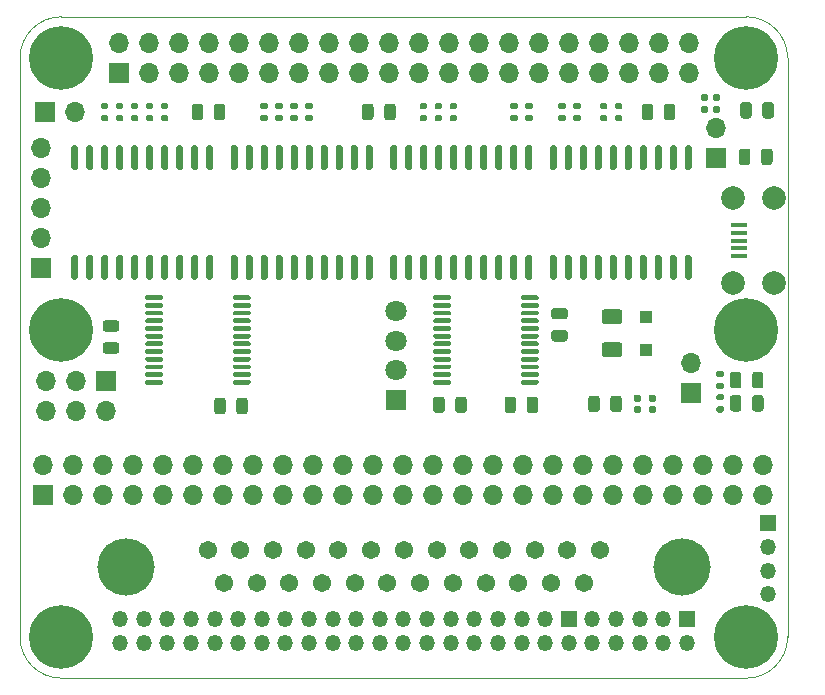
<source format=gbr>
%TF.GenerationSoftware,KiCad,Pcbnew,(5.1.12-1-10_14)*%
%TF.CreationDate,2021-12-05T12:47:16+01:00*%
%TF.ProjectId,rascsi_2p4,72617363-7369-45f3-9270-342e6b696361,rev?*%
%TF.SameCoordinates,Original*%
%TF.FileFunction,Soldermask,Top*%
%TF.FilePolarity,Negative*%
%FSLAX46Y46*%
G04 Gerber Fmt 4.6, Leading zero omitted, Abs format (unit mm)*
G04 Created by KiCad (PCBNEW (5.1.12-1-10_14)) date 2021-12-05 12:47:16*
%MOMM*%
%LPD*%
G01*
G04 APERTURE LIST*
%TA.AperFunction,Profile*%
%ADD10C,0.050000*%
%TD*%
%ADD11C,1.800000*%
%ADD12R,1.800000X1.800000*%
%ADD13O,1.700000X1.700000*%
%ADD14R,1.700000X1.700000*%
%ADD15C,1.545000*%
%ADD16C,4.845000*%
%ADD17C,2.000000*%
%ADD18R,1.400000X0.400000*%
%ADD19O,1.350000X1.350000*%
%ADD20R,1.350000X1.350000*%
%ADD21R,1.100000X1.100000*%
%ADD22C,0.800000*%
%ADD23C,5.400000*%
G04 APERTURE END LIST*
D10*
X8000000Y-58496000D02*
X66000000Y-58496000D01*
X8000000Y-58496000D02*
G75*
G02*
X4500000Y-54996000I0J3500000D01*
G01*
X69500000Y-54996000D02*
G75*
G02*
X66000000Y-58496000I-3500000J0D01*
G01*
X4500000Y-6000000D02*
X4500000Y-54996000D01*
X69500000Y-6000000D02*
X69500000Y-54996000D01*
X8000000Y-2500000D02*
X66000000Y-2500000D01*
X4500000Y-6000000D02*
G75*
G02*
X8000000Y-2500000I3500000J0D01*
G01*
X66000000Y-2500000D02*
G75*
G02*
X69500000Y-6000000I0J-3500000D01*
G01*
%TO.C,R24*%
G36*
G01*
X57866500Y-35466200D02*
X58211500Y-35466200D01*
G75*
G02*
X58359000Y-35613700I0J-147500D01*
G01*
X58359000Y-35908700D01*
G75*
G02*
X58211500Y-36056200I-147500J0D01*
G01*
X57866500Y-36056200D01*
G75*
G02*
X57719000Y-35908700I0J147500D01*
G01*
X57719000Y-35613700D01*
G75*
G02*
X57866500Y-35466200I147500J0D01*
G01*
G37*
G36*
G01*
X57866500Y-34496200D02*
X58211500Y-34496200D01*
G75*
G02*
X58359000Y-34643700I0J-147500D01*
G01*
X58359000Y-34938700D01*
G75*
G02*
X58211500Y-35086200I-147500J0D01*
G01*
X57866500Y-35086200D01*
G75*
G02*
X57719000Y-34938700I0J147500D01*
G01*
X57719000Y-34643700D01*
G75*
G02*
X57866500Y-34496200I147500J0D01*
G01*
G37*
%TD*%
D11*
%TO.C,J20*%
X36309000Y-27420600D03*
X36309000Y-29920600D03*
X36309000Y-32420600D03*
D12*
X36309000Y-34920600D03*
%TD*%
D13*
%TO.C,J3*%
X67426000Y-40454500D03*
X67426000Y-42994500D03*
X64886000Y-40454500D03*
X64886000Y-42994500D03*
X62346000Y-40454500D03*
X62346000Y-42994500D03*
X59806000Y-40454500D03*
X59806000Y-42994500D03*
X57266000Y-40454500D03*
X57266000Y-42994500D03*
X54726000Y-40454500D03*
X54726000Y-42994500D03*
X52186000Y-40454500D03*
X52186000Y-42994500D03*
X49646000Y-40454500D03*
X49646000Y-42994500D03*
X47106000Y-40454500D03*
X47106000Y-42994500D03*
X44566000Y-40454500D03*
X44566000Y-42994500D03*
X42026000Y-40454500D03*
X42026000Y-42994500D03*
X39486000Y-40454500D03*
X39486000Y-42994500D03*
X36946000Y-40454500D03*
X36946000Y-42994500D03*
X34406000Y-40454500D03*
X34406000Y-42994500D03*
X31866000Y-40454500D03*
X31866000Y-42994500D03*
X29326000Y-40454500D03*
X29326000Y-42994500D03*
X26786000Y-40454500D03*
X26786000Y-42994500D03*
X24246000Y-40454500D03*
X24246000Y-42994500D03*
X21706000Y-40454500D03*
X21706000Y-42994500D03*
X19166000Y-40454500D03*
X19166000Y-42994500D03*
X16626000Y-40454500D03*
X16626000Y-42994500D03*
X14086000Y-40454500D03*
X14086000Y-42994500D03*
X11546000Y-40454500D03*
X11546000Y-42994500D03*
X9006000Y-40454500D03*
X9006000Y-42994500D03*
X6466000Y-40454500D03*
D14*
X6466000Y-42994500D03*
%TD*%
D15*
%TO.C,J6*%
X53622000Y-47630000D03*
X50852000Y-47630000D03*
X48082000Y-47630000D03*
X45312000Y-47630000D03*
X42542000Y-47630000D03*
X39772000Y-47630000D03*
X37002000Y-47630000D03*
X34232000Y-47630000D03*
X31462000Y-47630000D03*
X28692000Y-47630000D03*
X25922000Y-47630000D03*
X23152000Y-47630000D03*
X20382000Y-47630000D03*
X52237000Y-50470000D03*
X49467000Y-50470000D03*
X46697000Y-50470000D03*
X43927000Y-50470000D03*
X41157000Y-50470000D03*
X38387000Y-50470000D03*
X35617000Y-50470000D03*
X32847000Y-50470000D03*
X30077000Y-50470000D03*
X27307000Y-50470000D03*
X24537000Y-50470000D03*
X21767000Y-50470000D03*
D16*
X60522000Y-49050000D03*
X13482000Y-49050000D03*
%TD*%
D17*
%TO.C,J8*%
X64905000Y-25035000D03*
X64905000Y-17885000D03*
X68355000Y-17885000D03*
X68355000Y-25035000D03*
D18*
X65405000Y-20160000D03*
X65405000Y-20810000D03*
X65405000Y-21460000D03*
X65405000Y-22110000D03*
X65405000Y-22760000D03*
%TD*%
%TO.C,U4*%
G36*
G01*
X49819000Y-15446000D02*
X49519000Y-15446000D01*
G75*
G02*
X49369000Y-15296000I0J150000D01*
G01*
X49369000Y-13546000D01*
G75*
G02*
X49519000Y-13396000I150000J0D01*
G01*
X49819000Y-13396000D01*
G75*
G02*
X49969000Y-13546000I0J-150000D01*
G01*
X49969000Y-15296000D01*
G75*
G02*
X49819000Y-15446000I-150000J0D01*
G01*
G37*
G36*
G01*
X51089000Y-15446000D02*
X50789000Y-15446000D01*
G75*
G02*
X50639000Y-15296000I0J150000D01*
G01*
X50639000Y-13546000D01*
G75*
G02*
X50789000Y-13396000I150000J0D01*
G01*
X51089000Y-13396000D01*
G75*
G02*
X51239000Y-13546000I0J-150000D01*
G01*
X51239000Y-15296000D01*
G75*
G02*
X51089000Y-15446000I-150000J0D01*
G01*
G37*
G36*
G01*
X52359000Y-15446000D02*
X52059000Y-15446000D01*
G75*
G02*
X51909000Y-15296000I0J150000D01*
G01*
X51909000Y-13546000D01*
G75*
G02*
X52059000Y-13396000I150000J0D01*
G01*
X52359000Y-13396000D01*
G75*
G02*
X52509000Y-13546000I0J-150000D01*
G01*
X52509000Y-15296000D01*
G75*
G02*
X52359000Y-15446000I-150000J0D01*
G01*
G37*
G36*
G01*
X53629000Y-15446000D02*
X53329000Y-15446000D01*
G75*
G02*
X53179000Y-15296000I0J150000D01*
G01*
X53179000Y-13546000D01*
G75*
G02*
X53329000Y-13396000I150000J0D01*
G01*
X53629000Y-13396000D01*
G75*
G02*
X53779000Y-13546000I0J-150000D01*
G01*
X53779000Y-15296000D01*
G75*
G02*
X53629000Y-15446000I-150000J0D01*
G01*
G37*
G36*
G01*
X54899000Y-15446000D02*
X54599000Y-15446000D01*
G75*
G02*
X54449000Y-15296000I0J150000D01*
G01*
X54449000Y-13546000D01*
G75*
G02*
X54599000Y-13396000I150000J0D01*
G01*
X54899000Y-13396000D01*
G75*
G02*
X55049000Y-13546000I0J-150000D01*
G01*
X55049000Y-15296000D01*
G75*
G02*
X54899000Y-15446000I-150000J0D01*
G01*
G37*
G36*
G01*
X56169000Y-15446000D02*
X55869000Y-15446000D01*
G75*
G02*
X55719000Y-15296000I0J150000D01*
G01*
X55719000Y-13546000D01*
G75*
G02*
X55869000Y-13396000I150000J0D01*
G01*
X56169000Y-13396000D01*
G75*
G02*
X56319000Y-13546000I0J-150000D01*
G01*
X56319000Y-15296000D01*
G75*
G02*
X56169000Y-15446000I-150000J0D01*
G01*
G37*
G36*
G01*
X57439000Y-15446000D02*
X57139000Y-15446000D01*
G75*
G02*
X56989000Y-15296000I0J150000D01*
G01*
X56989000Y-13546000D01*
G75*
G02*
X57139000Y-13396000I150000J0D01*
G01*
X57439000Y-13396000D01*
G75*
G02*
X57589000Y-13546000I0J-150000D01*
G01*
X57589000Y-15296000D01*
G75*
G02*
X57439000Y-15446000I-150000J0D01*
G01*
G37*
G36*
G01*
X58709000Y-15446000D02*
X58409000Y-15446000D01*
G75*
G02*
X58259000Y-15296000I0J150000D01*
G01*
X58259000Y-13546000D01*
G75*
G02*
X58409000Y-13396000I150000J0D01*
G01*
X58709000Y-13396000D01*
G75*
G02*
X58859000Y-13546000I0J-150000D01*
G01*
X58859000Y-15296000D01*
G75*
G02*
X58709000Y-15446000I-150000J0D01*
G01*
G37*
G36*
G01*
X59979000Y-15446000D02*
X59679000Y-15446000D01*
G75*
G02*
X59529000Y-15296000I0J150000D01*
G01*
X59529000Y-13546000D01*
G75*
G02*
X59679000Y-13396000I150000J0D01*
G01*
X59979000Y-13396000D01*
G75*
G02*
X60129000Y-13546000I0J-150000D01*
G01*
X60129000Y-15296000D01*
G75*
G02*
X59979000Y-15446000I-150000J0D01*
G01*
G37*
G36*
G01*
X61249000Y-15446000D02*
X60949000Y-15446000D01*
G75*
G02*
X60799000Y-15296000I0J150000D01*
G01*
X60799000Y-13546000D01*
G75*
G02*
X60949000Y-13396000I150000J0D01*
G01*
X61249000Y-13396000D01*
G75*
G02*
X61399000Y-13546000I0J-150000D01*
G01*
X61399000Y-15296000D01*
G75*
G02*
X61249000Y-15446000I-150000J0D01*
G01*
G37*
G36*
G01*
X61249000Y-24746000D02*
X60949000Y-24746000D01*
G75*
G02*
X60799000Y-24596000I0J150000D01*
G01*
X60799000Y-22846000D01*
G75*
G02*
X60949000Y-22696000I150000J0D01*
G01*
X61249000Y-22696000D01*
G75*
G02*
X61399000Y-22846000I0J-150000D01*
G01*
X61399000Y-24596000D01*
G75*
G02*
X61249000Y-24746000I-150000J0D01*
G01*
G37*
G36*
G01*
X59979000Y-24746000D02*
X59679000Y-24746000D01*
G75*
G02*
X59529000Y-24596000I0J150000D01*
G01*
X59529000Y-22846000D01*
G75*
G02*
X59679000Y-22696000I150000J0D01*
G01*
X59979000Y-22696000D01*
G75*
G02*
X60129000Y-22846000I0J-150000D01*
G01*
X60129000Y-24596000D01*
G75*
G02*
X59979000Y-24746000I-150000J0D01*
G01*
G37*
G36*
G01*
X58709000Y-24746000D02*
X58409000Y-24746000D01*
G75*
G02*
X58259000Y-24596000I0J150000D01*
G01*
X58259000Y-22846000D01*
G75*
G02*
X58409000Y-22696000I150000J0D01*
G01*
X58709000Y-22696000D01*
G75*
G02*
X58859000Y-22846000I0J-150000D01*
G01*
X58859000Y-24596000D01*
G75*
G02*
X58709000Y-24746000I-150000J0D01*
G01*
G37*
G36*
G01*
X57439000Y-24746000D02*
X57139000Y-24746000D01*
G75*
G02*
X56989000Y-24596000I0J150000D01*
G01*
X56989000Y-22846000D01*
G75*
G02*
X57139000Y-22696000I150000J0D01*
G01*
X57439000Y-22696000D01*
G75*
G02*
X57589000Y-22846000I0J-150000D01*
G01*
X57589000Y-24596000D01*
G75*
G02*
X57439000Y-24746000I-150000J0D01*
G01*
G37*
G36*
G01*
X56169000Y-24746000D02*
X55869000Y-24746000D01*
G75*
G02*
X55719000Y-24596000I0J150000D01*
G01*
X55719000Y-22846000D01*
G75*
G02*
X55869000Y-22696000I150000J0D01*
G01*
X56169000Y-22696000D01*
G75*
G02*
X56319000Y-22846000I0J-150000D01*
G01*
X56319000Y-24596000D01*
G75*
G02*
X56169000Y-24746000I-150000J0D01*
G01*
G37*
G36*
G01*
X54899000Y-24746000D02*
X54599000Y-24746000D01*
G75*
G02*
X54449000Y-24596000I0J150000D01*
G01*
X54449000Y-22846000D01*
G75*
G02*
X54599000Y-22696000I150000J0D01*
G01*
X54899000Y-22696000D01*
G75*
G02*
X55049000Y-22846000I0J-150000D01*
G01*
X55049000Y-24596000D01*
G75*
G02*
X54899000Y-24746000I-150000J0D01*
G01*
G37*
G36*
G01*
X53629000Y-24746000D02*
X53329000Y-24746000D01*
G75*
G02*
X53179000Y-24596000I0J150000D01*
G01*
X53179000Y-22846000D01*
G75*
G02*
X53329000Y-22696000I150000J0D01*
G01*
X53629000Y-22696000D01*
G75*
G02*
X53779000Y-22846000I0J-150000D01*
G01*
X53779000Y-24596000D01*
G75*
G02*
X53629000Y-24746000I-150000J0D01*
G01*
G37*
G36*
G01*
X52359000Y-24746000D02*
X52059000Y-24746000D01*
G75*
G02*
X51909000Y-24596000I0J150000D01*
G01*
X51909000Y-22846000D01*
G75*
G02*
X52059000Y-22696000I150000J0D01*
G01*
X52359000Y-22696000D01*
G75*
G02*
X52509000Y-22846000I0J-150000D01*
G01*
X52509000Y-24596000D01*
G75*
G02*
X52359000Y-24746000I-150000J0D01*
G01*
G37*
G36*
G01*
X51089000Y-24746000D02*
X50789000Y-24746000D01*
G75*
G02*
X50639000Y-24596000I0J150000D01*
G01*
X50639000Y-22846000D01*
G75*
G02*
X50789000Y-22696000I150000J0D01*
G01*
X51089000Y-22696000D01*
G75*
G02*
X51239000Y-22846000I0J-150000D01*
G01*
X51239000Y-24596000D01*
G75*
G02*
X51089000Y-24746000I-150000J0D01*
G01*
G37*
G36*
G01*
X49819000Y-24746000D02*
X49519000Y-24746000D01*
G75*
G02*
X49369000Y-24596000I0J150000D01*
G01*
X49369000Y-22846000D01*
G75*
G02*
X49519000Y-22696000I150000J0D01*
G01*
X49819000Y-22696000D01*
G75*
G02*
X49969000Y-22846000I0J-150000D01*
G01*
X49969000Y-24596000D01*
G75*
G02*
X49819000Y-24746000I-150000J0D01*
G01*
G37*
%TD*%
%TO.C,U3*%
G36*
G01*
X36306000Y-15446000D02*
X36006000Y-15446000D01*
G75*
G02*
X35856000Y-15296000I0J150000D01*
G01*
X35856000Y-13546000D01*
G75*
G02*
X36006000Y-13396000I150000J0D01*
G01*
X36306000Y-13396000D01*
G75*
G02*
X36456000Y-13546000I0J-150000D01*
G01*
X36456000Y-15296000D01*
G75*
G02*
X36306000Y-15446000I-150000J0D01*
G01*
G37*
G36*
G01*
X37576000Y-15446000D02*
X37276000Y-15446000D01*
G75*
G02*
X37126000Y-15296000I0J150000D01*
G01*
X37126000Y-13546000D01*
G75*
G02*
X37276000Y-13396000I150000J0D01*
G01*
X37576000Y-13396000D01*
G75*
G02*
X37726000Y-13546000I0J-150000D01*
G01*
X37726000Y-15296000D01*
G75*
G02*
X37576000Y-15446000I-150000J0D01*
G01*
G37*
G36*
G01*
X38846000Y-15446000D02*
X38546000Y-15446000D01*
G75*
G02*
X38396000Y-15296000I0J150000D01*
G01*
X38396000Y-13546000D01*
G75*
G02*
X38546000Y-13396000I150000J0D01*
G01*
X38846000Y-13396000D01*
G75*
G02*
X38996000Y-13546000I0J-150000D01*
G01*
X38996000Y-15296000D01*
G75*
G02*
X38846000Y-15446000I-150000J0D01*
G01*
G37*
G36*
G01*
X40116000Y-15446000D02*
X39816000Y-15446000D01*
G75*
G02*
X39666000Y-15296000I0J150000D01*
G01*
X39666000Y-13546000D01*
G75*
G02*
X39816000Y-13396000I150000J0D01*
G01*
X40116000Y-13396000D01*
G75*
G02*
X40266000Y-13546000I0J-150000D01*
G01*
X40266000Y-15296000D01*
G75*
G02*
X40116000Y-15446000I-150000J0D01*
G01*
G37*
G36*
G01*
X41386000Y-15446000D02*
X41086000Y-15446000D01*
G75*
G02*
X40936000Y-15296000I0J150000D01*
G01*
X40936000Y-13546000D01*
G75*
G02*
X41086000Y-13396000I150000J0D01*
G01*
X41386000Y-13396000D01*
G75*
G02*
X41536000Y-13546000I0J-150000D01*
G01*
X41536000Y-15296000D01*
G75*
G02*
X41386000Y-15446000I-150000J0D01*
G01*
G37*
G36*
G01*
X42656000Y-15446000D02*
X42356000Y-15446000D01*
G75*
G02*
X42206000Y-15296000I0J150000D01*
G01*
X42206000Y-13546000D01*
G75*
G02*
X42356000Y-13396000I150000J0D01*
G01*
X42656000Y-13396000D01*
G75*
G02*
X42806000Y-13546000I0J-150000D01*
G01*
X42806000Y-15296000D01*
G75*
G02*
X42656000Y-15446000I-150000J0D01*
G01*
G37*
G36*
G01*
X43926000Y-15446000D02*
X43626000Y-15446000D01*
G75*
G02*
X43476000Y-15296000I0J150000D01*
G01*
X43476000Y-13546000D01*
G75*
G02*
X43626000Y-13396000I150000J0D01*
G01*
X43926000Y-13396000D01*
G75*
G02*
X44076000Y-13546000I0J-150000D01*
G01*
X44076000Y-15296000D01*
G75*
G02*
X43926000Y-15446000I-150000J0D01*
G01*
G37*
G36*
G01*
X45196000Y-15446000D02*
X44896000Y-15446000D01*
G75*
G02*
X44746000Y-15296000I0J150000D01*
G01*
X44746000Y-13546000D01*
G75*
G02*
X44896000Y-13396000I150000J0D01*
G01*
X45196000Y-13396000D01*
G75*
G02*
X45346000Y-13546000I0J-150000D01*
G01*
X45346000Y-15296000D01*
G75*
G02*
X45196000Y-15446000I-150000J0D01*
G01*
G37*
G36*
G01*
X46466000Y-15446000D02*
X46166000Y-15446000D01*
G75*
G02*
X46016000Y-15296000I0J150000D01*
G01*
X46016000Y-13546000D01*
G75*
G02*
X46166000Y-13396000I150000J0D01*
G01*
X46466000Y-13396000D01*
G75*
G02*
X46616000Y-13546000I0J-150000D01*
G01*
X46616000Y-15296000D01*
G75*
G02*
X46466000Y-15446000I-150000J0D01*
G01*
G37*
G36*
G01*
X47736000Y-15446000D02*
X47436000Y-15446000D01*
G75*
G02*
X47286000Y-15296000I0J150000D01*
G01*
X47286000Y-13546000D01*
G75*
G02*
X47436000Y-13396000I150000J0D01*
G01*
X47736000Y-13396000D01*
G75*
G02*
X47886000Y-13546000I0J-150000D01*
G01*
X47886000Y-15296000D01*
G75*
G02*
X47736000Y-15446000I-150000J0D01*
G01*
G37*
G36*
G01*
X47736000Y-24746000D02*
X47436000Y-24746000D01*
G75*
G02*
X47286000Y-24596000I0J150000D01*
G01*
X47286000Y-22846000D01*
G75*
G02*
X47436000Y-22696000I150000J0D01*
G01*
X47736000Y-22696000D01*
G75*
G02*
X47886000Y-22846000I0J-150000D01*
G01*
X47886000Y-24596000D01*
G75*
G02*
X47736000Y-24746000I-150000J0D01*
G01*
G37*
G36*
G01*
X46466000Y-24746000D02*
X46166000Y-24746000D01*
G75*
G02*
X46016000Y-24596000I0J150000D01*
G01*
X46016000Y-22846000D01*
G75*
G02*
X46166000Y-22696000I150000J0D01*
G01*
X46466000Y-22696000D01*
G75*
G02*
X46616000Y-22846000I0J-150000D01*
G01*
X46616000Y-24596000D01*
G75*
G02*
X46466000Y-24746000I-150000J0D01*
G01*
G37*
G36*
G01*
X45196000Y-24746000D02*
X44896000Y-24746000D01*
G75*
G02*
X44746000Y-24596000I0J150000D01*
G01*
X44746000Y-22846000D01*
G75*
G02*
X44896000Y-22696000I150000J0D01*
G01*
X45196000Y-22696000D01*
G75*
G02*
X45346000Y-22846000I0J-150000D01*
G01*
X45346000Y-24596000D01*
G75*
G02*
X45196000Y-24746000I-150000J0D01*
G01*
G37*
G36*
G01*
X43926000Y-24746000D02*
X43626000Y-24746000D01*
G75*
G02*
X43476000Y-24596000I0J150000D01*
G01*
X43476000Y-22846000D01*
G75*
G02*
X43626000Y-22696000I150000J0D01*
G01*
X43926000Y-22696000D01*
G75*
G02*
X44076000Y-22846000I0J-150000D01*
G01*
X44076000Y-24596000D01*
G75*
G02*
X43926000Y-24746000I-150000J0D01*
G01*
G37*
G36*
G01*
X42656000Y-24746000D02*
X42356000Y-24746000D01*
G75*
G02*
X42206000Y-24596000I0J150000D01*
G01*
X42206000Y-22846000D01*
G75*
G02*
X42356000Y-22696000I150000J0D01*
G01*
X42656000Y-22696000D01*
G75*
G02*
X42806000Y-22846000I0J-150000D01*
G01*
X42806000Y-24596000D01*
G75*
G02*
X42656000Y-24746000I-150000J0D01*
G01*
G37*
G36*
G01*
X41386000Y-24746000D02*
X41086000Y-24746000D01*
G75*
G02*
X40936000Y-24596000I0J150000D01*
G01*
X40936000Y-22846000D01*
G75*
G02*
X41086000Y-22696000I150000J0D01*
G01*
X41386000Y-22696000D01*
G75*
G02*
X41536000Y-22846000I0J-150000D01*
G01*
X41536000Y-24596000D01*
G75*
G02*
X41386000Y-24746000I-150000J0D01*
G01*
G37*
G36*
G01*
X40116000Y-24746000D02*
X39816000Y-24746000D01*
G75*
G02*
X39666000Y-24596000I0J150000D01*
G01*
X39666000Y-22846000D01*
G75*
G02*
X39816000Y-22696000I150000J0D01*
G01*
X40116000Y-22696000D01*
G75*
G02*
X40266000Y-22846000I0J-150000D01*
G01*
X40266000Y-24596000D01*
G75*
G02*
X40116000Y-24746000I-150000J0D01*
G01*
G37*
G36*
G01*
X38846000Y-24746000D02*
X38546000Y-24746000D01*
G75*
G02*
X38396000Y-24596000I0J150000D01*
G01*
X38396000Y-22846000D01*
G75*
G02*
X38546000Y-22696000I150000J0D01*
G01*
X38846000Y-22696000D01*
G75*
G02*
X38996000Y-22846000I0J-150000D01*
G01*
X38996000Y-24596000D01*
G75*
G02*
X38846000Y-24746000I-150000J0D01*
G01*
G37*
G36*
G01*
X37576000Y-24746000D02*
X37276000Y-24746000D01*
G75*
G02*
X37126000Y-24596000I0J150000D01*
G01*
X37126000Y-22846000D01*
G75*
G02*
X37276000Y-22696000I150000J0D01*
G01*
X37576000Y-22696000D01*
G75*
G02*
X37726000Y-22846000I0J-150000D01*
G01*
X37726000Y-24596000D01*
G75*
G02*
X37576000Y-24746000I-150000J0D01*
G01*
G37*
G36*
G01*
X36306000Y-24746000D02*
X36006000Y-24746000D01*
G75*
G02*
X35856000Y-24596000I0J150000D01*
G01*
X35856000Y-22846000D01*
G75*
G02*
X36006000Y-22696000I150000J0D01*
G01*
X36306000Y-22696000D01*
G75*
G02*
X36456000Y-22846000I0J-150000D01*
G01*
X36456000Y-24596000D01*
G75*
G02*
X36306000Y-24746000I-150000J0D01*
G01*
G37*
%TD*%
%TO.C,U2*%
G36*
G01*
X22793000Y-15446000D02*
X22493000Y-15446000D01*
G75*
G02*
X22343000Y-15296000I0J150000D01*
G01*
X22343000Y-13546000D01*
G75*
G02*
X22493000Y-13396000I150000J0D01*
G01*
X22793000Y-13396000D01*
G75*
G02*
X22943000Y-13546000I0J-150000D01*
G01*
X22943000Y-15296000D01*
G75*
G02*
X22793000Y-15446000I-150000J0D01*
G01*
G37*
G36*
G01*
X24063000Y-15446000D02*
X23763000Y-15446000D01*
G75*
G02*
X23613000Y-15296000I0J150000D01*
G01*
X23613000Y-13546000D01*
G75*
G02*
X23763000Y-13396000I150000J0D01*
G01*
X24063000Y-13396000D01*
G75*
G02*
X24213000Y-13546000I0J-150000D01*
G01*
X24213000Y-15296000D01*
G75*
G02*
X24063000Y-15446000I-150000J0D01*
G01*
G37*
G36*
G01*
X25333000Y-15446000D02*
X25033000Y-15446000D01*
G75*
G02*
X24883000Y-15296000I0J150000D01*
G01*
X24883000Y-13546000D01*
G75*
G02*
X25033000Y-13396000I150000J0D01*
G01*
X25333000Y-13396000D01*
G75*
G02*
X25483000Y-13546000I0J-150000D01*
G01*
X25483000Y-15296000D01*
G75*
G02*
X25333000Y-15446000I-150000J0D01*
G01*
G37*
G36*
G01*
X26603000Y-15446000D02*
X26303000Y-15446000D01*
G75*
G02*
X26153000Y-15296000I0J150000D01*
G01*
X26153000Y-13546000D01*
G75*
G02*
X26303000Y-13396000I150000J0D01*
G01*
X26603000Y-13396000D01*
G75*
G02*
X26753000Y-13546000I0J-150000D01*
G01*
X26753000Y-15296000D01*
G75*
G02*
X26603000Y-15446000I-150000J0D01*
G01*
G37*
G36*
G01*
X27873000Y-15446000D02*
X27573000Y-15446000D01*
G75*
G02*
X27423000Y-15296000I0J150000D01*
G01*
X27423000Y-13546000D01*
G75*
G02*
X27573000Y-13396000I150000J0D01*
G01*
X27873000Y-13396000D01*
G75*
G02*
X28023000Y-13546000I0J-150000D01*
G01*
X28023000Y-15296000D01*
G75*
G02*
X27873000Y-15446000I-150000J0D01*
G01*
G37*
G36*
G01*
X29143000Y-15446000D02*
X28843000Y-15446000D01*
G75*
G02*
X28693000Y-15296000I0J150000D01*
G01*
X28693000Y-13546000D01*
G75*
G02*
X28843000Y-13396000I150000J0D01*
G01*
X29143000Y-13396000D01*
G75*
G02*
X29293000Y-13546000I0J-150000D01*
G01*
X29293000Y-15296000D01*
G75*
G02*
X29143000Y-15446000I-150000J0D01*
G01*
G37*
G36*
G01*
X30413000Y-15446000D02*
X30113000Y-15446000D01*
G75*
G02*
X29963000Y-15296000I0J150000D01*
G01*
X29963000Y-13546000D01*
G75*
G02*
X30113000Y-13396000I150000J0D01*
G01*
X30413000Y-13396000D01*
G75*
G02*
X30563000Y-13546000I0J-150000D01*
G01*
X30563000Y-15296000D01*
G75*
G02*
X30413000Y-15446000I-150000J0D01*
G01*
G37*
G36*
G01*
X31683000Y-15446000D02*
X31383000Y-15446000D01*
G75*
G02*
X31233000Y-15296000I0J150000D01*
G01*
X31233000Y-13546000D01*
G75*
G02*
X31383000Y-13396000I150000J0D01*
G01*
X31683000Y-13396000D01*
G75*
G02*
X31833000Y-13546000I0J-150000D01*
G01*
X31833000Y-15296000D01*
G75*
G02*
X31683000Y-15446000I-150000J0D01*
G01*
G37*
G36*
G01*
X32953000Y-15446000D02*
X32653000Y-15446000D01*
G75*
G02*
X32503000Y-15296000I0J150000D01*
G01*
X32503000Y-13546000D01*
G75*
G02*
X32653000Y-13396000I150000J0D01*
G01*
X32953000Y-13396000D01*
G75*
G02*
X33103000Y-13546000I0J-150000D01*
G01*
X33103000Y-15296000D01*
G75*
G02*
X32953000Y-15446000I-150000J0D01*
G01*
G37*
G36*
G01*
X34223000Y-15446000D02*
X33923000Y-15446000D01*
G75*
G02*
X33773000Y-15296000I0J150000D01*
G01*
X33773000Y-13546000D01*
G75*
G02*
X33923000Y-13396000I150000J0D01*
G01*
X34223000Y-13396000D01*
G75*
G02*
X34373000Y-13546000I0J-150000D01*
G01*
X34373000Y-15296000D01*
G75*
G02*
X34223000Y-15446000I-150000J0D01*
G01*
G37*
G36*
G01*
X34223000Y-24746000D02*
X33923000Y-24746000D01*
G75*
G02*
X33773000Y-24596000I0J150000D01*
G01*
X33773000Y-22846000D01*
G75*
G02*
X33923000Y-22696000I150000J0D01*
G01*
X34223000Y-22696000D01*
G75*
G02*
X34373000Y-22846000I0J-150000D01*
G01*
X34373000Y-24596000D01*
G75*
G02*
X34223000Y-24746000I-150000J0D01*
G01*
G37*
G36*
G01*
X32953000Y-24746000D02*
X32653000Y-24746000D01*
G75*
G02*
X32503000Y-24596000I0J150000D01*
G01*
X32503000Y-22846000D01*
G75*
G02*
X32653000Y-22696000I150000J0D01*
G01*
X32953000Y-22696000D01*
G75*
G02*
X33103000Y-22846000I0J-150000D01*
G01*
X33103000Y-24596000D01*
G75*
G02*
X32953000Y-24746000I-150000J0D01*
G01*
G37*
G36*
G01*
X31683000Y-24746000D02*
X31383000Y-24746000D01*
G75*
G02*
X31233000Y-24596000I0J150000D01*
G01*
X31233000Y-22846000D01*
G75*
G02*
X31383000Y-22696000I150000J0D01*
G01*
X31683000Y-22696000D01*
G75*
G02*
X31833000Y-22846000I0J-150000D01*
G01*
X31833000Y-24596000D01*
G75*
G02*
X31683000Y-24746000I-150000J0D01*
G01*
G37*
G36*
G01*
X30413000Y-24746000D02*
X30113000Y-24746000D01*
G75*
G02*
X29963000Y-24596000I0J150000D01*
G01*
X29963000Y-22846000D01*
G75*
G02*
X30113000Y-22696000I150000J0D01*
G01*
X30413000Y-22696000D01*
G75*
G02*
X30563000Y-22846000I0J-150000D01*
G01*
X30563000Y-24596000D01*
G75*
G02*
X30413000Y-24746000I-150000J0D01*
G01*
G37*
G36*
G01*
X29143000Y-24746000D02*
X28843000Y-24746000D01*
G75*
G02*
X28693000Y-24596000I0J150000D01*
G01*
X28693000Y-22846000D01*
G75*
G02*
X28843000Y-22696000I150000J0D01*
G01*
X29143000Y-22696000D01*
G75*
G02*
X29293000Y-22846000I0J-150000D01*
G01*
X29293000Y-24596000D01*
G75*
G02*
X29143000Y-24746000I-150000J0D01*
G01*
G37*
G36*
G01*
X27873000Y-24746000D02*
X27573000Y-24746000D01*
G75*
G02*
X27423000Y-24596000I0J150000D01*
G01*
X27423000Y-22846000D01*
G75*
G02*
X27573000Y-22696000I150000J0D01*
G01*
X27873000Y-22696000D01*
G75*
G02*
X28023000Y-22846000I0J-150000D01*
G01*
X28023000Y-24596000D01*
G75*
G02*
X27873000Y-24746000I-150000J0D01*
G01*
G37*
G36*
G01*
X26603000Y-24746000D02*
X26303000Y-24746000D01*
G75*
G02*
X26153000Y-24596000I0J150000D01*
G01*
X26153000Y-22846000D01*
G75*
G02*
X26303000Y-22696000I150000J0D01*
G01*
X26603000Y-22696000D01*
G75*
G02*
X26753000Y-22846000I0J-150000D01*
G01*
X26753000Y-24596000D01*
G75*
G02*
X26603000Y-24746000I-150000J0D01*
G01*
G37*
G36*
G01*
X25333000Y-24746000D02*
X25033000Y-24746000D01*
G75*
G02*
X24883000Y-24596000I0J150000D01*
G01*
X24883000Y-22846000D01*
G75*
G02*
X25033000Y-22696000I150000J0D01*
G01*
X25333000Y-22696000D01*
G75*
G02*
X25483000Y-22846000I0J-150000D01*
G01*
X25483000Y-24596000D01*
G75*
G02*
X25333000Y-24746000I-150000J0D01*
G01*
G37*
G36*
G01*
X24063000Y-24746000D02*
X23763000Y-24746000D01*
G75*
G02*
X23613000Y-24596000I0J150000D01*
G01*
X23613000Y-22846000D01*
G75*
G02*
X23763000Y-22696000I150000J0D01*
G01*
X24063000Y-22696000D01*
G75*
G02*
X24213000Y-22846000I0J-150000D01*
G01*
X24213000Y-24596000D01*
G75*
G02*
X24063000Y-24746000I-150000J0D01*
G01*
G37*
G36*
G01*
X22793000Y-24746000D02*
X22493000Y-24746000D01*
G75*
G02*
X22343000Y-24596000I0J150000D01*
G01*
X22343000Y-22846000D01*
G75*
G02*
X22493000Y-22696000I150000J0D01*
G01*
X22793000Y-22696000D01*
G75*
G02*
X22943000Y-22846000I0J-150000D01*
G01*
X22943000Y-24596000D01*
G75*
G02*
X22793000Y-24746000I-150000J0D01*
G01*
G37*
%TD*%
%TO.C,U1*%
G36*
G01*
X9281000Y-15446000D02*
X8981000Y-15446000D01*
G75*
G02*
X8831000Y-15296000I0J150000D01*
G01*
X8831000Y-13546000D01*
G75*
G02*
X8981000Y-13396000I150000J0D01*
G01*
X9281000Y-13396000D01*
G75*
G02*
X9431000Y-13546000I0J-150000D01*
G01*
X9431000Y-15296000D01*
G75*
G02*
X9281000Y-15446000I-150000J0D01*
G01*
G37*
G36*
G01*
X10551000Y-15446000D02*
X10251000Y-15446000D01*
G75*
G02*
X10101000Y-15296000I0J150000D01*
G01*
X10101000Y-13546000D01*
G75*
G02*
X10251000Y-13396000I150000J0D01*
G01*
X10551000Y-13396000D01*
G75*
G02*
X10701000Y-13546000I0J-150000D01*
G01*
X10701000Y-15296000D01*
G75*
G02*
X10551000Y-15446000I-150000J0D01*
G01*
G37*
G36*
G01*
X11821000Y-15446000D02*
X11521000Y-15446000D01*
G75*
G02*
X11371000Y-15296000I0J150000D01*
G01*
X11371000Y-13546000D01*
G75*
G02*
X11521000Y-13396000I150000J0D01*
G01*
X11821000Y-13396000D01*
G75*
G02*
X11971000Y-13546000I0J-150000D01*
G01*
X11971000Y-15296000D01*
G75*
G02*
X11821000Y-15446000I-150000J0D01*
G01*
G37*
G36*
G01*
X13091000Y-15446000D02*
X12791000Y-15446000D01*
G75*
G02*
X12641000Y-15296000I0J150000D01*
G01*
X12641000Y-13546000D01*
G75*
G02*
X12791000Y-13396000I150000J0D01*
G01*
X13091000Y-13396000D01*
G75*
G02*
X13241000Y-13546000I0J-150000D01*
G01*
X13241000Y-15296000D01*
G75*
G02*
X13091000Y-15446000I-150000J0D01*
G01*
G37*
G36*
G01*
X14361000Y-15446000D02*
X14061000Y-15446000D01*
G75*
G02*
X13911000Y-15296000I0J150000D01*
G01*
X13911000Y-13546000D01*
G75*
G02*
X14061000Y-13396000I150000J0D01*
G01*
X14361000Y-13396000D01*
G75*
G02*
X14511000Y-13546000I0J-150000D01*
G01*
X14511000Y-15296000D01*
G75*
G02*
X14361000Y-15446000I-150000J0D01*
G01*
G37*
G36*
G01*
X15631000Y-15446000D02*
X15331000Y-15446000D01*
G75*
G02*
X15181000Y-15296000I0J150000D01*
G01*
X15181000Y-13546000D01*
G75*
G02*
X15331000Y-13396000I150000J0D01*
G01*
X15631000Y-13396000D01*
G75*
G02*
X15781000Y-13546000I0J-150000D01*
G01*
X15781000Y-15296000D01*
G75*
G02*
X15631000Y-15446000I-150000J0D01*
G01*
G37*
G36*
G01*
X16901000Y-15446000D02*
X16601000Y-15446000D01*
G75*
G02*
X16451000Y-15296000I0J150000D01*
G01*
X16451000Y-13546000D01*
G75*
G02*
X16601000Y-13396000I150000J0D01*
G01*
X16901000Y-13396000D01*
G75*
G02*
X17051000Y-13546000I0J-150000D01*
G01*
X17051000Y-15296000D01*
G75*
G02*
X16901000Y-15446000I-150000J0D01*
G01*
G37*
G36*
G01*
X18171000Y-15446000D02*
X17871000Y-15446000D01*
G75*
G02*
X17721000Y-15296000I0J150000D01*
G01*
X17721000Y-13546000D01*
G75*
G02*
X17871000Y-13396000I150000J0D01*
G01*
X18171000Y-13396000D01*
G75*
G02*
X18321000Y-13546000I0J-150000D01*
G01*
X18321000Y-15296000D01*
G75*
G02*
X18171000Y-15446000I-150000J0D01*
G01*
G37*
G36*
G01*
X19441000Y-15446000D02*
X19141000Y-15446000D01*
G75*
G02*
X18991000Y-15296000I0J150000D01*
G01*
X18991000Y-13546000D01*
G75*
G02*
X19141000Y-13396000I150000J0D01*
G01*
X19441000Y-13396000D01*
G75*
G02*
X19591000Y-13546000I0J-150000D01*
G01*
X19591000Y-15296000D01*
G75*
G02*
X19441000Y-15446000I-150000J0D01*
G01*
G37*
G36*
G01*
X20711000Y-15446000D02*
X20411000Y-15446000D01*
G75*
G02*
X20261000Y-15296000I0J150000D01*
G01*
X20261000Y-13546000D01*
G75*
G02*
X20411000Y-13396000I150000J0D01*
G01*
X20711000Y-13396000D01*
G75*
G02*
X20861000Y-13546000I0J-150000D01*
G01*
X20861000Y-15296000D01*
G75*
G02*
X20711000Y-15446000I-150000J0D01*
G01*
G37*
G36*
G01*
X20711000Y-24746000D02*
X20411000Y-24746000D01*
G75*
G02*
X20261000Y-24596000I0J150000D01*
G01*
X20261000Y-22846000D01*
G75*
G02*
X20411000Y-22696000I150000J0D01*
G01*
X20711000Y-22696000D01*
G75*
G02*
X20861000Y-22846000I0J-150000D01*
G01*
X20861000Y-24596000D01*
G75*
G02*
X20711000Y-24746000I-150000J0D01*
G01*
G37*
G36*
G01*
X19441000Y-24746000D02*
X19141000Y-24746000D01*
G75*
G02*
X18991000Y-24596000I0J150000D01*
G01*
X18991000Y-22846000D01*
G75*
G02*
X19141000Y-22696000I150000J0D01*
G01*
X19441000Y-22696000D01*
G75*
G02*
X19591000Y-22846000I0J-150000D01*
G01*
X19591000Y-24596000D01*
G75*
G02*
X19441000Y-24746000I-150000J0D01*
G01*
G37*
G36*
G01*
X18171000Y-24746000D02*
X17871000Y-24746000D01*
G75*
G02*
X17721000Y-24596000I0J150000D01*
G01*
X17721000Y-22846000D01*
G75*
G02*
X17871000Y-22696000I150000J0D01*
G01*
X18171000Y-22696000D01*
G75*
G02*
X18321000Y-22846000I0J-150000D01*
G01*
X18321000Y-24596000D01*
G75*
G02*
X18171000Y-24746000I-150000J0D01*
G01*
G37*
G36*
G01*
X16901000Y-24746000D02*
X16601000Y-24746000D01*
G75*
G02*
X16451000Y-24596000I0J150000D01*
G01*
X16451000Y-22846000D01*
G75*
G02*
X16601000Y-22696000I150000J0D01*
G01*
X16901000Y-22696000D01*
G75*
G02*
X17051000Y-22846000I0J-150000D01*
G01*
X17051000Y-24596000D01*
G75*
G02*
X16901000Y-24746000I-150000J0D01*
G01*
G37*
G36*
G01*
X15631000Y-24746000D02*
X15331000Y-24746000D01*
G75*
G02*
X15181000Y-24596000I0J150000D01*
G01*
X15181000Y-22846000D01*
G75*
G02*
X15331000Y-22696000I150000J0D01*
G01*
X15631000Y-22696000D01*
G75*
G02*
X15781000Y-22846000I0J-150000D01*
G01*
X15781000Y-24596000D01*
G75*
G02*
X15631000Y-24746000I-150000J0D01*
G01*
G37*
G36*
G01*
X14361000Y-24746000D02*
X14061000Y-24746000D01*
G75*
G02*
X13911000Y-24596000I0J150000D01*
G01*
X13911000Y-22846000D01*
G75*
G02*
X14061000Y-22696000I150000J0D01*
G01*
X14361000Y-22696000D01*
G75*
G02*
X14511000Y-22846000I0J-150000D01*
G01*
X14511000Y-24596000D01*
G75*
G02*
X14361000Y-24746000I-150000J0D01*
G01*
G37*
G36*
G01*
X13091000Y-24746000D02*
X12791000Y-24746000D01*
G75*
G02*
X12641000Y-24596000I0J150000D01*
G01*
X12641000Y-22846000D01*
G75*
G02*
X12791000Y-22696000I150000J0D01*
G01*
X13091000Y-22696000D01*
G75*
G02*
X13241000Y-22846000I0J-150000D01*
G01*
X13241000Y-24596000D01*
G75*
G02*
X13091000Y-24746000I-150000J0D01*
G01*
G37*
G36*
G01*
X11821000Y-24746000D02*
X11521000Y-24746000D01*
G75*
G02*
X11371000Y-24596000I0J150000D01*
G01*
X11371000Y-22846000D01*
G75*
G02*
X11521000Y-22696000I150000J0D01*
G01*
X11821000Y-22696000D01*
G75*
G02*
X11971000Y-22846000I0J-150000D01*
G01*
X11971000Y-24596000D01*
G75*
G02*
X11821000Y-24746000I-150000J0D01*
G01*
G37*
G36*
G01*
X10551000Y-24746000D02*
X10251000Y-24746000D01*
G75*
G02*
X10101000Y-24596000I0J150000D01*
G01*
X10101000Y-22846000D01*
G75*
G02*
X10251000Y-22696000I150000J0D01*
G01*
X10551000Y-22696000D01*
G75*
G02*
X10701000Y-22846000I0J-150000D01*
G01*
X10701000Y-24596000D01*
G75*
G02*
X10551000Y-24746000I-150000J0D01*
G01*
G37*
G36*
G01*
X9281000Y-24746000D02*
X8981000Y-24746000D01*
G75*
G02*
X8831000Y-24596000I0J150000D01*
G01*
X8831000Y-22846000D01*
G75*
G02*
X8981000Y-22696000I150000J0D01*
G01*
X9281000Y-22696000D01*
G75*
G02*
X9431000Y-22846000I0J-150000D01*
G01*
X9431000Y-24596000D01*
G75*
G02*
X9281000Y-24746000I-150000J0D01*
G01*
G37*
%TD*%
D13*
%TO.C,JP2*%
X61302000Y-31821800D03*
D14*
X61302000Y-34361800D03*
%TD*%
%TO.C,C4*%
G36*
G01*
X59009000Y-11018250D02*
X59009000Y-10105750D01*
G75*
G02*
X59252750Y-9862000I243750J0D01*
G01*
X59740250Y-9862000D01*
G75*
G02*
X59984000Y-10105750I0J-243750D01*
G01*
X59984000Y-11018250D01*
G75*
G02*
X59740250Y-11262000I-243750J0D01*
G01*
X59252750Y-11262000D01*
G75*
G02*
X59009000Y-11018250I0J243750D01*
G01*
G37*
G36*
G01*
X57134000Y-11018250D02*
X57134000Y-10105750D01*
G75*
G02*
X57377750Y-9862000I243750J0D01*
G01*
X57865250Y-9862000D01*
G75*
G02*
X58109000Y-10105750I0J-243750D01*
G01*
X58109000Y-11018250D01*
G75*
G02*
X57865250Y-11262000I-243750J0D01*
G01*
X57377750Y-11262000D01*
G75*
G02*
X57134000Y-11018250I0J243750D01*
G01*
G37*
%TD*%
%TO.C,C3*%
G36*
G01*
X34436000Y-10105750D02*
X34436000Y-11018250D01*
G75*
G02*
X34192250Y-11262000I-243750J0D01*
G01*
X33704750Y-11262000D01*
G75*
G02*
X33461000Y-11018250I0J243750D01*
G01*
X33461000Y-10105750D01*
G75*
G02*
X33704750Y-9862000I243750J0D01*
G01*
X34192250Y-9862000D01*
G75*
G02*
X34436000Y-10105750I0J-243750D01*
G01*
G37*
G36*
G01*
X36311000Y-10105750D02*
X36311000Y-11018250D01*
G75*
G02*
X36067250Y-11262000I-243750J0D01*
G01*
X35579750Y-11262000D01*
G75*
G02*
X35336000Y-11018250I0J243750D01*
G01*
X35336000Y-10105750D01*
G75*
G02*
X35579750Y-9862000I243750J0D01*
G01*
X36067250Y-9862000D01*
G75*
G02*
X36311000Y-10105750I0J-243750D01*
G01*
G37*
%TD*%
%TO.C,C2*%
G36*
G01*
X20909000Y-11018250D02*
X20909000Y-10105750D01*
G75*
G02*
X21152750Y-9862000I243750J0D01*
G01*
X21640250Y-9862000D01*
G75*
G02*
X21884000Y-10105750I0J-243750D01*
G01*
X21884000Y-11018250D01*
G75*
G02*
X21640250Y-11262000I-243750J0D01*
G01*
X21152750Y-11262000D01*
G75*
G02*
X20909000Y-11018250I0J243750D01*
G01*
G37*
G36*
G01*
X19034000Y-11018250D02*
X19034000Y-10105750D01*
G75*
G02*
X19277750Y-9862000I243750J0D01*
G01*
X19765250Y-9862000D01*
G75*
G02*
X20009000Y-10105750I0J-243750D01*
G01*
X20009000Y-11018250D01*
G75*
G02*
X19765250Y-11262000I-243750J0D01*
G01*
X19277750Y-11262000D01*
G75*
G02*
X19034000Y-11018250I0J243750D01*
G01*
G37*
%TD*%
%TO.C,C1*%
G36*
G01*
X11747750Y-30062000D02*
X12660250Y-30062000D01*
G75*
G02*
X12904000Y-30305750I0J-243750D01*
G01*
X12904000Y-30793250D01*
G75*
G02*
X12660250Y-31037000I-243750J0D01*
G01*
X11747750Y-31037000D01*
G75*
G02*
X11504000Y-30793250I0J243750D01*
G01*
X11504000Y-30305750D01*
G75*
G02*
X11747750Y-30062000I243750J0D01*
G01*
G37*
G36*
G01*
X11747750Y-28187000D02*
X12660250Y-28187000D01*
G75*
G02*
X12904000Y-28430750I0J-243750D01*
G01*
X12904000Y-28918250D01*
G75*
G02*
X12660250Y-29162000I-243750J0D01*
G01*
X11747750Y-29162000D01*
G75*
G02*
X11504000Y-28918250I0J243750D01*
G01*
X11504000Y-28430750D01*
G75*
G02*
X11747750Y-28187000I243750J0D01*
G01*
G37*
%TD*%
%TO.C,U6*%
G36*
G01*
X22545000Y-26391000D02*
X22545000Y-26191000D01*
G75*
G02*
X22645000Y-26091000I100000J0D01*
G01*
X23920000Y-26091000D01*
G75*
G02*
X24020000Y-26191000I0J-100000D01*
G01*
X24020000Y-26391000D01*
G75*
G02*
X23920000Y-26491000I-100000J0D01*
G01*
X22645000Y-26491000D01*
G75*
G02*
X22545000Y-26391000I0J100000D01*
G01*
G37*
G36*
G01*
X22545000Y-27041000D02*
X22545000Y-26841000D01*
G75*
G02*
X22645000Y-26741000I100000J0D01*
G01*
X23920000Y-26741000D01*
G75*
G02*
X24020000Y-26841000I0J-100000D01*
G01*
X24020000Y-27041000D01*
G75*
G02*
X23920000Y-27141000I-100000J0D01*
G01*
X22645000Y-27141000D01*
G75*
G02*
X22545000Y-27041000I0J100000D01*
G01*
G37*
G36*
G01*
X22545000Y-27691000D02*
X22545000Y-27491000D01*
G75*
G02*
X22645000Y-27391000I100000J0D01*
G01*
X23920000Y-27391000D01*
G75*
G02*
X24020000Y-27491000I0J-100000D01*
G01*
X24020000Y-27691000D01*
G75*
G02*
X23920000Y-27791000I-100000J0D01*
G01*
X22645000Y-27791000D01*
G75*
G02*
X22545000Y-27691000I0J100000D01*
G01*
G37*
G36*
G01*
X22545000Y-28341000D02*
X22545000Y-28141000D01*
G75*
G02*
X22645000Y-28041000I100000J0D01*
G01*
X23920000Y-28041000D01*
G75*
G02*
X24020000Y-28141000I0J-100000D01*
G01*
X24020000Y-28341000D01*
G75*
G02*
X23920000Y-28441000I-100000J0D01*
G01*
X22645000Y-28441000D01*
G75*
G02*
X22545000Y-28341000I0J100000D01*
G01*
G37*
G36*
G01*
X22545000Y-28991000D02*
X22545000Y-28791000D01*
G75*
G02*
X22645000Y-28691000I100000J0D01*
G01*
X23920000Y-28691000D01*
G75*
G02*
X24020000Y-28791000I0J-100000D01*
G01*
X24020000Y-28991000D01*
G75*
G02*
X23920000Y-29091000I-100000J0D01*
G01*
X22645000Y-29091000D01*
G75*
G02*
X22545000Y-28991000I0J100000D01*
G01*
G37*
G36*
G01*
X22545000Y-29641000D02*
X22545000Y-29441000D01*
G75*
G02*
X22645000Y-29341000I100000J0D01*
G01*
X23920000Y-29341000D01*
G75*
G02*
X24020000Y-29441000I0J-100000D01*
G01*
X24020000Y-29641000D01*
G75*
G02*
X23920000Y-29741000I-100000J0D01*
G01*
X22645000Y-29741000D01*
G75*
G02*
X22545000Y-29641000I0J100000D01*
G01*
G37*
G36*
G01*
X22545000Y-30291000D02*
X22545000Y-30091000D01*
G75*
G02*
X22645000Y-29991000I100000J0D01*
G01*
X23920000Y-29991000D01*
G75*
G02*
X24020000Y-30091000I0J-100000D01*
G01*
X24020000Y-30291000D01*
G75*
G02*
X23920000Y-30391000I-100000J0D01*
G01*
X22645000Y-30391000D01*
G75*
G02*
X22545000Y-30291000I0J100000D01*
G01*
G37*
G36*
G01*
X22545000Y-30941000D02*
X22545000Y-30741000D01*
G75*
G02*
X22645000Y-30641000I100000J0D01*
G01*
X23920000Y-30641000D01*
G75*
G02*
X24020000Y-30741000I0J-100000D01*
G01*
X24020000Y-30941000D01*
G75*
G02*
X23920000Y-31041000I-100000J0D01*
G01*
X22645000Y-31041000D01*
G75*
G02*
X22545000Y-30941000I0J100000D01*
G01*
G37*
G36*
G01*
X22545000Y-31591000D02*
X22545000Y-31391000D01*
G75*
G02*
X22645000Y-31291000I100000J0D01*
G01*
X23920000Y-31291000D01*
G75*
G02*
X24020000Y-31391000I0J-100000D01*
G01*
X24020000Y-31591000D01*
G75*
G02*
X23920000Y-31691000I-100000J0D01*
G01*
X22645000Y-31691000D01*
G75*
G02*
X22545000Y-31591000I0J100000D01*
G01*
G37*
G36*
G01*
X22545000Y-32241000D02*
X22545000Y-32041000D01*
G75*
G02*
X22645000Y-31941000I100000J0D01*
G01*
X23920000Y-31941000D01*
G75*
G02*
X24020000Y-32041000I0J-100000D01*
G01*
X24020000Y-32241000D01*
G75*
G02*
X23920000Y-32341000I-100000J0D01*
G01*
X22645000Y-32341000D01*
G75*
G02*
X22545000Y-32241000I0J100000D01*
G01*
G37*
G36*
G01*
X22545000Y-32891000D02*
X22545000Y-32691000D01*
G75*
G02*
X22645000Y-32591000I100000J0D01*
G01*
X23920000Y-32591000D01*
G75*
G02*
X24020000Y-32691000I0J-100000D01*
G01*
X24020000Y-32891000D01*
G75*
G02*
X23920000Y-32991000I-100000J0D01*
G01*
X22645000Y-32991000D01*
G75*
G02*
X22545000Y-32891000I0J100000D01*
G01*
G37*
G36*
G01*
X22545000Y-33541000D02*
X22545000Y-33341000D01*
G75*
G02*
X22645000Y-33241000I100000J0D01*
G01*
X23920000Y-33241000D01*
G75*
G02*
X24020000Y-33341000I0J-100000D01*
G01*
X24020000Y-33541000D01*
G75*
G02*
X23920000Y-33641000I-100000J0D01*
G01*
X22645000Y-33641000D01*
G75*
G02*
X22545000Y-33541000I0J100000D01*
G01*
G37*
G36*
G01*
X15120000Y-33541000D02*
X15120000Y-33341000D01*
G75*
G02*
X15220000Y-33241000I100000J0D01*
G01*
X16495000Y-33241000D01*
G75*
G02*
X16595000Y-33341000I0J-100000D01*
G01*
X16595000Y-33541000D01*
G75*
G02*
X16495000Y-33641000I-100000J0D01*
G01*
X15220000Y-33641000D01*
G75*
G02*
X15120000Y-33541000I0J100000D01*
G01*
G37*
G36*
G01*
X15120000Y-32891000D02*
X15120000Y-32691000D01*
G75*
G02*
X15220000Y-32591000I100000J0D01*
G01*
X16495000Y-32591000D01*
G75*
G02*
X16595000Y-32691000I0J-100000D01*
G01*
X16595000Y-32891000D01*
G75*
G02*
X16495000Y-32991000I-100000J0D01*
G01*
X15220000Y-32991000D01*
G75*
G02*
X15120000Y-32891000I0J100000D01*
G01*
G37*
G36*
G01*
X15120000Y-32241000D02*
X15120000Y-32041000D01*
G75*
G02*
X15220000Y-31941000I100000J0D01*
G01*
X16495000Y-31941000D01*
G75*
G02*
X16595000Y-32041000I0J-100000D01*
G01*
X16595000Y-32241000D01*
G75*
G02*
X16495000Y-32341000I-100000J0D01*
G01*
X15220000Y-32341000D01*
G75*
G02*
X15120000Y-32241000I0J100000D01*
G01*
G37*
G36*
G01*
X15120000Y-31591000D02*
X15120000Y-31391000D01*
G75*
G02*
X15220000Y-31291000I100000J0D01*
G01*
X16495000Y-31291000D01*
G75*
G02*
X16595000Y-31391000I0J-100000D01*
G01*
X16595000Y-31591000D01*
G75*
G02*
X16495000Y-31691000I-100000J0D01*
G01*
X15220000Y-31691000D01*
G75*
G02*
X15120000Y-31591000I0J100000D01*
G01*
G37*
G36*
G01*
X15120000Y-30941000D02*
X15120000Y-30741000D01*
G75*
G02*
X15220000Y-30641000I100000J0D01*
G01*
X16495000Y-30641000D01*
G75*
G02*
X16595000Y-30741000I0J-100000D01*
G01*
X16595000Y-30941000D01*
G75*
G02*
X16495000Y-31041000I-100000J0D01*
G01*
X15220000Y-31041000D01*
G75*
G02*
X15120000Y-30941000I0J100000D01*
G01*
G37*
G36*
G01*
X15120000Y-30291000D02*
X15120000Y-30091000D01*
G75*
G02*
X15220000Y-29991000I100000J0D01*
G01*
X16495000Y-29991000D01*
G75*
G02*
X16595000Y-30091000I0J-100000D01*
G01*
X16595000Y-30291000D01*
G75*
G02*
X16495000Y-30391000I-100000J0D01*
G01*
X15220000Y-30391000D01*
G75*
G02*
X15120000Y-30291000I0J100000D01*
G01*
G37*
G36*
G01*
X15120000Y-29641000D02*
X15120000Y-29441000D01*
G75*
G02*
X15220000Y-29341000I100000J0D01*
G01*
X16495000Y-29341000D01*
G75*
G02*
X16595000Y-29441000I0J-100000D01*
G01*
X16595000Y-29641000D01*
G75*
G02*
X16495000Y-29741000I-100000J0D01*
G01*
X15220000Y-29741000D01*
G75*
G02*
X15120000Y-29641000I0J100000D01*
G01*
G37*
G36*
G01*
X15120000Y-28991000D02*
X15120000Y-28791000D01*
G75*
G02*
X15220000Y-28691000I100000J0D01*
G01*
X16495000Y-28691000D01*
G75*
G02*
X16595000Y-28791000I0J-100000D01*
G01*
X16595000Y-28991000D01*
G75*
G02*
X16495000Y-29091000I-100000J0D01*
G01*
X15220000Y-29091000D01*
G75*
G02*
X15120000Y-28991000I0J100000D01*
G01*
G37*
G36*
G01*
X15120000Y-28341000D02*
X15120000Y-28141000D01*
G75*
G02*
X15220000Y-28041000I100000J0D01*
G01*
X16495000Y-28041000D01*
G75*
G02*
X16595000Y-28141000I0J-100000D01*
G01*
X16595000Y-28341000D01*
G75*
G02*
X16495000Y-28441000I-100000J0D01*
G01*
X15220000Y-28441000D01*
G75*
G02*
X15120000Y-28341000I0J100000D01*
G01*
G37*
G36*
G01*
X15120000Y-27691000D02*
X15120000Y-27491000D01*
G75*
G02*
X15220000Y-27391000I100000J0D01*
G01*
X16495000Y-27391000D01*
G75*
G02*
X16595000Y-27491000I0J-100000D01*
G01*
X16595000Y-27691000D01*
G75*
G02*
X16495000Y-27791000I-100000J0D01*
G01*
X15220000Y-27791000D01*
G75*
G02*
X15120000Y-27691000I0J100000D01*
G01*
G37*
G36*
G01*
X15120000Y-27041000D02*
X15120000Y-26841000D01*
G75*
G02*
X15220000Y-26741000I100000J0D01*
G01*
X16495000Y-26741000D01*
G75*
G02*
X16595000Y-26841000I0J-100000D01*
G01*
X16595000Y-27041000D01*
G75*
G02*
X16495000Y-27141000I-100000J0D01*
G01*
X15220000Y-27141000D01*
G75*
G02*
X15120000Y-27041000I0J100000D01*
G01*
G37*
G36*
G01*
X15120000Y-26391000D02*
X15120000Y-26191000D01*
G75*
G02*
X15220000Y-26091000I100000J0D01*
G01*
X16495000Y-26091000D01*
G75*
G02*
X16595000Y-26191000I0J-100000D01*
G01*
X16595000Y-26391000D01*
G75*
G02*
X16495000Y-26491000I-100000J0D01*
G01*
X15220000Y-26491000D01*
G75*
G02*
X15120000Y-26391000I0J100000D01*
G01*
G37*
%TD*%
%TO.C,U5*%
G36*
G01*
X46929000Y-26391000D02*
X46929000Y-26191000D01*
G75*
G02*
X47029000Y-26091000I100000J0D01*
G01*
X48304000Y-26091000D01*
G75*
G02*
X48404000Y-26191000I0J-100000D01*
G01*
X48404000Y-26391000D01*
G75*
G02*
X48304000Y-26491000I-100000J0D01*
G01*
X47029000Y-26491000D01*
G75*
G02*
X46929000Y-26391000I0J100000D01*
G01*
G37*
G36*
G01*
X46929000Y-27041000D02*
X46929000Y-26841000D01*
G75*
G02*
X47029000Y-26741000I100000J0D01*
G01*
X48304000Y-26741000D01*
G75*
G02*
X48404000Y-26841000I0J-100000D01*
G01*
X48404000Y-27041000D01*
G75*
G02*
X48304000Y-27141000I-100000J0D01*
G01*
X47029000Y-27141000D01*
G75*
G02*
X46929000Y-27041000I0J100000D01*
G01*
G37*
G36*
G01*
X46929000Y-27691000D02*
X46929000Y-27491000D01*
G75*
G02*
X47029000Y-27391000I100000J0D01*
G01*
X48304000Y-27391000D01*
G75*
G02*
X48404000Y-27491000I0J-100000D01*
G01*
X48404000Y-27691000D01*
G75*
G02*
X48304000Y-27791000I-100000J0D01*
G01*
X47029000Y-27791000D01*
G75*
G02*
X46929000Y-27691000I0J100000D01*
G01*
G37*
G36*
G01*
X46929000Y-28341000D02*
X46929000Y-28141000D01*
G75*
G02*
X47029000Y-28041000I100000J0D01*
G01*
X48304000Y-28041000D01*
G75*
G02*
X48404000Y-28141000I0J-100000D01*
G01*
X48404000Y-28341000D01*
G75*
G02*
X48304000Y-28441000I-100000J0D01*
G01*
X47029000Y-28441000D01*
G75*
G02*
X46929000Y-28341000I0J100000D01*
G01*
G37*
G36*
G01*
X46929000Y-28991000D02*
X46929000Y-28791000D01*
G75*
G02*
X47029000Y-28691000I100000J0D01*
G01*
X48304000Y-28691000D01*
G75*
G02*
X48404000Y-28791000I0J-100000D01*
G01*
X48404000Y-28991000D01*
G75*
G02*
X48304000Y-29091000I-100000J0D01*
G01*
X47029000Y-29091000D01*
G75*
G02*
X46929000Y-28991000I0J100000D01*
G01*
G37*
G36*
G01*
X46929000Y-29641000D02*
X46929000Y-29441000D01*
G75*
G02*
X47029000Y-29341000I100000J0D01*
G01*
X48304000Y-29341000D01*
G75*
G02*
X48404000Y-29441000I0J-100000D01*
G01*
X48404000Y-29641000D01*
G75*
G02*
X48304000Y-29741000I-100000J0D01*
G01*
X47029000Y-29741000D01*
G75*
G02*
X46929000Y-29641000I0J100000D01*
G01*
G37*
G36*
G01*
X46929000Y-30291000D02*
X46929000Y-30091000D01*
G75*
G02*
X47029000Y-29991000I100000J0D01*
G01*
X48304000Y-29991000D01*
G75*
G02*
X48404000Y-30091000I0J-100000D01*
G01*
X48404000Y-30291000D01*
G75*
G02*
X48304000Y-30391000I-100000J0D01*
G01*
X47029000Y-30391000D01*
G75*
G02*
X46929000Y-30291000I0J100000D01*
G01*
G37*
G36*
G01*
X46929000Y-30941000D02*
X46929000Y-30741000D01*
G75*
G02*
X47029000Y-30641000I100000J0D01*
G01*
X48304000Y-30641000D01*
G75*
G02*
X48404000Y-30741000I0J-100000D01*
G01*
X48404000Y-30941000D01*
G75*
G02*
X48304000Y-31041000I-100000J0D01*
G01*
X47029000Y-31041000D01*
G75*
G02*
X46929000Y-30941000I0J100000D01*
G01*
G37*
G36*
G01*
X46929000Y-31591000D02*
X46929000Y-31391000D01*
G75*
G02*
X47029000Y-31291000I100000J0D01*
G01*
X48304000Y-31291000D01*
G75*
G02*
X48404000Y-31391000I0J-100000D01*
G01*
X48404000Y-31591000D01*
G75*
G02*
X48304000Y-31691000I-100000J0D01*
G01*
X47029000Y-31691000D01*
G75*
G02*
X46929000Y-31591000I0J100000D01*
G01*
G37*
G36*
G01*
X46929000Y-32241000D02*
X46929000Y-32041000D01*
G75*
G02*
X47029000Y-31941000I100000J0D01*
G01*
X48304000Y-31941000D01*
G75*
G02*
X48404000Y-32041000I0J-100000D01*
G01*
X48404000Y-32241000D01*
G75*
G02*
X48304000Y-32341000I-100000J0D01*
G01*
X47029000Y-32341000D01*
G75*
G02*
X46929000Y-32241000I0J100000D01*
G01*
G37*
G36*
G01*
X46929000Y-32891000D02*
X46929000Y-32691000D01*
G75*
G02*
X47029000Y-32591000I100000J0D01*
G01*
X48304000Y-32591000D01*
G75*
G02*
X48404000Y-32691000I0J-100000D01*
G01*
X48404000Y-32891000D01*
G75*
G02*
X48304000Y-32991000I-100000J0D01*
G01*
X47029000Y-32991000D01*
G75*
G02*
X46929000Y-32891000I0J100000D01*
G01*
G37*
G36*
G01*
X46929000Y-33541000D02*
X46929000Y-33341000D01*
G75*
G02*
X47029000Y-33241000I100000J0D01*
G01*
X48304000Y-33241000D01*
G75*
G02*
X48404000Y-33341000I0J-100000D01*
G01*
X48404000Y-33541000D01*
G75*
G02*
X48304000Y-33641000I-100000J0D01*
G01*
X47029000Y-33641000D01*
G75*
G02*
X46929000Y-33541000I0J100000D01*
G01*
G37*
G36*
G01*
X39504000Y-33541000D02*
X39504000Y-33341000D01*
G75*
G02*
X39604000Y-33241000I100000J0D01*
G01*
X40879000Y-33241000D01*
G75*
G02*
X40979000Y-33341000I0J-100000D01*
G01*
X40979000Y-33541000D01*
G75*
G02*
X40879000Y-33641000I-100000J0D01*
G01*
X39604000Y-33641000D01*
G75*
G02*
X39504000Y-33541000I0J100000D01*
G01*
G37*
G36*
G01*
X39504000Y-32891000D02*
X39504000Y-32691000D01*
G75*
G02*
X39604000Y-32591000I100000J0D01*
G01*
X40879000Y-32591000D01*
G75*
G02*
X40979000Y-32691000I0J-100000D01*
G01*
X40979000Y-32891000D01*
G75*
G02*
X40879000Y-32991000I-100000J0D01*
G01*
X39604000Y-32991000D01*
G75*
G02*
X39504000Y-32891000I0J100000D01*
G01*
G37*
G36*
G01*
X39504000Y-32241000D02*
X39504000Y-32041000D01*
G75*
G02*
X39604000Y-31941000I100000J0D01*
G01*
X40879000Y-31941000D01*
G75*
G02*
X40979000Y-32041000I0J-100000D01*
G01*
X40979000Y-32241000D01*
G75*
G02*
X40879000Y-32341000I-100000J0D01*
G01*
X39604000Y-32341000D01*
G75*
G02*
X39504000Y-32241000I0J100000D01*
G01*
G37*
G36*
G01*
X39504000Y-31591000D02*
X39504000Y-31391000D01*
G75*
G02*
X39604000Y-31291000I100000J0D01*
G01*
X40879000Y-31291000D01*
G75*
G02*
X40979000Y-31391000I0J-100000D01*
G01*
X40979000Y-31591000D01*
G75*
G02*
X40879000Y-31691000I-100000J0D01*
G01*
X39604000Y-31691000D01*
G75*
G02*
X39504000Y-31591000I0J100000D01*
G01*
G37*
G36*
G01*
X39504000Y-30941000D02*
X39504000Y-30741000D01*
G75*
G02*
X39604000Y-30641000I100000J0D01*
G01*
X40879000Y-30641000D01*
G75*
G02*
X40979000Y-30741000I0J-100000D01*
G01*
X40979000Y-30941000D01*
G75*
G02*
X40879000Y-31041000I-100000J0D01*
G01*
X39604000Y-31041000D01*
G75*
G02*
X39504000Y-30941000I0J100000D01*
G01*
G37*
G36*
G01*
X39504000Y-30291000D02*
X39504000Y-30091000D01*
G75*
G02*
X39604000Y-29991000I100000J0D01*
G01*
X40879000Y-29991000D01*
G75*
G02*
X40979000Y-30091000I0J-100000D01*
G01*
X40979000Y-30291000D01*
G75*
G02*
X40879000Y-30391000I-100000J0D01*
G01*
X39604000Y-30391000D01*
G75*
G02*
X39504000Y-30291000I0J100000D01*
G01*
G37*
G36*
G01*
X39504000Y-29641000D02*
X39504000Y-29441000D01*
G75*
G02*
X39604000Y-29341000I100000J0D01*
G01*
X40879000Y-29341000D01*
G75*
G02*
X40979000Y-29441000I0J-100000D01*
G01*
X40979000Y-29641000D01*
G75*
G02*
X40879000Y-29741000I-100000J0D01*
G01*
X39604000Y-29741000D01*
G75*
G02*
X39504000Y-29641000I0J100000D01*
G01*
G37*
G36*
G01*
X39504000Y-28991000D02*
X39504000Y-28791000D01*
G75*
G02*
X39604000Y-28691000I100000J0D01*
G01*
X40879000Y-28691000D01*
G75*
G02*
X40979000Y-28791000I0J-100000D01*
G01*
X40979000Y-28991000D01*
G75*
G02*
X40879000Y-29091000I-100000J0D01*
G01*
X39604000Y-29091000D01*
G75*
G02*
X39504000Y-28991000I0J100000D01*
G01*
G37*
G36*
G01*
X39504000Y-28341000D02*
X39504000Y-28141000D01*
G75*
G02*
X39604000Y-28041000I100000J0D01*
G01*
X40879000Y-28041000D01*
G75*
G02*
X40979000Y-28141000I0J-100000D01*
G01*
X40979000Y-28341000D01*
G75*
G02*
X40879000Y-28441000I-100000J0D01*
G01*
X39604000Y-28441000D01*
G75*
G02*
X39504000Y-28341000I0J100000D01*
G01*
G37*
G36*
G01*
X39504000Y-27691000D02*
X39504000Y-27491000D01*
G75*
G02*
X39604000Y-27391000I100000J0D01*
G01*
X40879000Y-27391000D01*
G75*
G02*
X40979000Y-27491000I0J-100000D01*
G01*
X40979000Y-27691000D01*
G75*
G02*
X40879000Y-27791000I-100000J0D01*
G01*
X39604000Y-27791000D01*
G75*
G02*
X39504000Y-27691000I0J100000D01*
G01*
G37*
G36*
G01*
X39504000Y-27041000D02*
X39504000Y-26841000D01*
G75*
G02*
X39604000Y-26741000I100000J0D01*
G01*
X40879000Y-26741000D01*
G75*
G02*
X40979000Y-26841000I0J-100000D01*
G01*
X40979000Y-27041000D01*
G75*
G02*
X40879000Y-27141000I-100000J0D01*
G01*
X39604000Y-27141000D01*
G75*
G02*
X39504000Y-27041000I0J100000D01*
G01*
G37*
G36*
G01*
X39504000Y-26391000D02*
X39504000Y-26191000D01*
G75*
G02*
X39604000Y-26091000I100000J0D01*
G01*
X40879000Y-26091000D01*
G75*
G02*
X40979000Y-26191000I0J-100000D01*
G01*
X40979000Y-26391000D01*
G75*
G02*
X40879000Y-26491000I-100000J0D01*
G01*
X39604000Y-26491000D01*
G75*
G02*
X39504000Y-26391000I0J100000D01*
G01*
G37*
%TD*%
%TO.C,R23*%
G36*
G01*
X56941500Y-35086200D02*
X56596500Y-35086200D01*
G75*
G02*
X56449000Y-34938700I0J147500D01*
G01*
X56449000Y-34643700D01*
G75*
G02*
X56596500Y-34496200I147500J0D01*
G01*
X56941500Y-34496200D01*
G75*
G02*
X57089000Y-34643700I0J-147500D01*
G01*
X57089000Y-34938700D01*
G75*
G02*
X56941500Y-35086200I-147500J0D01*
G01*
G37*
G36*
G01*
X56941500Y-36056200D02*
X56596500Y-36056200D01*
G75*
G02*
X56449000Y-35908700I0J147500D01*
G01*
X56449000Y-35613700D01*
G75*
G02*
X56596500Y-35466200I147500J0D01*
G01*
X56941500Y-35466200D01*
G75*
G02*
X57089000Y-35613700I0J-147500D01*
G01*
X57089000Y-35908700D01*
G75*
G02*
X56941500Y-36056200I-147500J0D01*
G01*
G37*
%TD*%
%TO.C,D6*%
G36*
G01*
X54488000Y-35732450D02*
X54488000Y-34819950D01*
G75*
G02*
X54731750Y-34576200I243750J0D01*
G01*
X55219250Y-34576200D01*
G75*
G02*
X55463000Y-34819950I0J-243750D01*
G01*
X55463000Y-35732450D01*
G75*
G02*
X55219250Y-35976200I-243750J0D01*
G01*
X54731750Y-35976200D01*
G75*
G02*
X54488000Y-35732450I0J243750D01*
G01*
G37*
G36*
G01*
X52613000Y-35732450D02*
X52613000Y-34819950D01*
G75*
G02*
X52856750Y-34576200I243750J0D01*
G01*
X53344250Y-34576200D01*
G75*
G02*
X53588000Y-34819950I0J-243750D01*
G01*
X53588000Y-35732450D01*
G75*
G02*
X53344250Y-35976200I-243750J0D01*
G01*
X52856750Y-35976200D01*
G75*
G02*
X52613000Y-35732450I0J243750D01*
G01*
G37*
%TD*%
%TO.C,C6*%
G36*
G01*
X21914000Y-34997750D02*
X21914000Y-35910250D01*
G75*
G02*
X21670250Y-36154000I-243750J0D01*
G01*
X21182750Y-36154000D01*
G75*
G02*
X20939000Y-35910250I0J243750D01*
G01*
X20939000Y-34997750D01*
G75*
G02*
X21182750Y-34754000I243750J0D01*
G01*
X21670250Y-34754000D01*
G75*
G02*
X21914000Y-34997750I0J-243750D01*
G01*
G37*
G36*
G01*
X23789000Y-34997750D02*
X23789000Y-35910250D01*
G75*
G02*
X23545250Y-36154000I-243750J0D01*
G01*
X23057750Y-36154000D01*
G75*
G02*
X22814000Y-35910250I0J243750D01*
G01*
X22814000Y-34997750D01*
G75*
G02*
X23057750Y-34754000I243750J0D01*
G01*
X23545250Y-34754000D01*
G75*
G02*
X23789000Y-34997750I0J-243750D01*
G01*
G37*
%TD*%
%TO.C,C5*%
G36*
G01*
X49720750Y-29020600D02*
X50633250Y-29020600D01*
G75*
G02*
X50877000Y-29264350I0J-243750D01*
G01*
X50877000Y-29751850D01*
G75*
G02*
X50633250Y-29995600I-243750J0D01*
G01*
X49720750Y-29995600D01*
G75*
G02*
X49477000Y-29751850I0J243750D01*
G01*
X49477000Y-29264350D01*
G75*
G02*
X49720750Y-29020600I243750J0D01*
G01*
G37*
G36*
G01*
X49720750Y-27145600D02*
X50633250Y-27145600D01*
G75*
G02*
X50877000Y-27389350I0J-243750D01*
G01*
X50877000Y-27876850D01*
G75*
G02*
X50633250Y-28120600I-243750J0D01*
G01*
X49720750Y-28120600D01*
G75*
G02*
X49477000Y-27876850I0J243750D01*
G01*
X49477000Y-27389350D01*
G75*
G02*
X49720750Y-27145600I243750J0D01*
G01*
G37*
%TD*%
%TO.C,C9*%
G36*
G01*
X41356000Y-35808650D02*
X41356000Y-34896150D01*
G75*
G02*
X41599750Y-34652400I243750J0D01*
G01*
X42087250Y-34652400D01*
G75*
G02*
X42331000Y-34896150I0J-243750D01*
G01*
X42331000Y-35808650D01*
G75*
G02*
X42087250Y-36052400I-243750J0D01*
G01*
X41599750Y-36052400D01*
G75*
G02*
X41356000Y-35808650I0J243750D01*
G01*
G37*
G36*
G01*
X39481000Y-35808650D02*
X39481000Y-34896150D01*
G75*
G02*
X39724750Y-34652400I243750J0D01*
G01*
X40212250Y-34652400D01*
G75*
G02*
X40456000Y-34896150I0J-243750D01*
G01*
X40456000Y-35808650D01*
G75*
G02*
X40212250Y-36052400I-243750J0D01*
G01*
X39724750Y-36052400D01*
G75*
G02*
X39481000Y-35808650I0J243750D01*
G01*
G37*
%TD*%
%TO.C,C8*%
G36*
G01*
X46501000Y-34896150D02*
X46501000Y-35808650D01*
G75*
G02*
X46257250Y-36052400I-243750J0D01*
G01*
X45769750Y-36052400D01*
G75*
G02*
X45526000Y-35808650I0J243750D01*
G01*
X45526000Y-34896150D01*
G75*
G02*
X45769750Y-34652400I243750J0D01*
G01*
X46257250Y-34652400D01*
G75*
G02*
X46501000Y-34896150I0J-243750D01*
G01*
G37*
G36*
G01*
X48376000Y-34896150D02*
X48376000Y-35808650D01*
G75*
G02*
X48132250Y-36052400I-243750J0D01*
G01*
X47644750Y-36052400D01*
G75*
G02*
X47401000Y-35808650I0J243750D01*
G01*
X47401000Y-34896150D01*
G75*
G02*
X47644750Y-34652400I243750J0D01*
G01*
X48132250Y-34652400D01*
G75*
G02*
X48376000Y-34896150I0J-243750D01*
G01*
G37*
%TD*%
D13*
%TO.C,J1*%
X61130000Y-4730000D03*
X61130000Y-7270000D03*
X58590000Y-4730000D03*
X58590000Y-7270000D03*
X56050000Y-4730000D03*
X56050000Y-7270000D03*
X53510000Y-4730000D03*
X53510000Y-7270000D03*
X50970000Y-4730000D03*
X50970000Y-7270000D03*
X48430000Y-4730000D03*
X48430000Y-7270000D03*
X45890000Y-4730000D03*
X45890000Y-7270000D03*
X43350000Y-4730000D03*
X43350000Y-7270000D03*
X40810000Y-4730000D03*
X40810000Y-7270000D03*
X38270000Y-4730000D03*
X38270000Y-7270000D03*
X35730000Y-4730000D03*
X35730000Y-7270000D03*
X33190000Y-4730000D03*
X33190000Y-7270000D03*
X30650000Y-4730000D03*
X30650000Y-7270000D03*
X28110000Y-4730000D03*
X28110000Y-7270000D03*
X25570000Y-4730000D03*
X25570000Y-7270000D03*
X23030000Y-4730000D03*
X23030000Y-7270000D03*
X20490000Y-4730000D03*
X20490000Y-7270000D03*
X17950000Y-4730000D03*
X17950000Y-7270000D03*
X15410000Y-4730000D03*
X15410000Y-7270000D03*
X12870000Y-4730000D03*
D14*
X12870000Y-7270000D03*
%TD*%
D13*
%TO.C,J5*%
X6730000Y-35840000D03*
X6730000Y-33300000D03*
X9270000Y-35840000D03*
X9270000Y-33300000D03*
X11810000Y-35840000D03*
D14*
X11810000Y-33300000D03*
%TD*%
D19*
%TO.C,J9*%
X12972000Y-55488000D03*
X12972000Y-53488000D03*
X14972000Y-55488000D03*
X14972000Y-53488000D03*
X16972000Y-55488000D03*
X16972000Y-53488000D03*
X18972000Y-55488000D03*
X18972000Y-53488000D03*
X20972000Y-55488000D03*
X20972000Y-53488000D03*
X22972000Y-55488000D03*
X22972000Y-53488000D03*
X24972000Y-55488000D03*
X24972000Y-53488000D03*
X26972000Y-55488000D03*
X26972000Y-53488000D03*
X28972000Y-55488000D03*
X28972000Y-53488000D03*
X30972000Y-55488000D03*
X30972000Y-53488000D03*
X32972000Y-55488000D03*
X32972000Y-53488000D03*
X34972000Y-55488000D03*
X34972000Y-53488000D03*
X36972000Y-55488000D03*
X36972000Y-53488000D03*
X38972000Y-55488000D03*
X38972000Y-53488000D03*
X40972000Y-55488000D03*
X40972000Y-53488000D03*
X42972000Y-55488000D03*
X42972000Y-53488000D03*
X44972000Y-55488000D03*
X44972000Y-53488000D03*
X46972000Y-55488000D03*
X46972000Y-53488000D03*
X48972000Y-55488000D03*
X48972000Y-53488000D03*
X50972000Y-55488000D03*
D20*
X50972000Y-53488000D03*
D19*
X52972000Y-55488000D03*
X52972000Y-53488000D03*
X54972000Y-55488000D03*
X54972000Y-53488000D03*
X56972000Y-55488000D03*
X56972000Y-53488000D03*
X58972000Y-55488000D03*
X58972000Y-53488000D03*
X60972000Y-55488000D03*
D20*
X60972000Y-53488000D03*
%TD*%
D19*
%TO.C,J10*%
X67830000Y-51392000D03*
X67830000Y-49392000D03*
X67830000Y-47392000D03*
D20*
X67830000Y-45392000D03*
%TD*%
%TO.C,R4*%
G36*
G01*
X63606000Y-33493600D02*
X63976000Y-33493600D01*
G75*
G02*
X64111000Y-33628600I0J-135000D01*
G01*
X64111000Y-33898600D01*
G75*
G02*
X63976000Y-34033600I-135000J0D01*
G01*
X63606000Y-34033600D01*
G75*
G02*
X63471000Y-33898600I0J135000D01*
G01*
X63471000Y-33628600D01*
G75*
G02*
X63606000Y-33493600I135000J0D01*
G01*
G37*
G36*
G01*
X63606000Y-32473600D02*
X63976000Y-32473600D01*
G75*
G02*
X64111000Y-32608600I0J-135000D01*
G01*
X64111000Y-32878600D01*
G75*
G02*
X63976000Y-33013600I-135000J0D01*
G01*
X63606000Y-33013600D01*
G75*
G02*
X63471000Y-32878600I0J135000D01*
G01*
X63471000Y-32608600D01*
G75*
G02*
X63606000Y-32473600I135000J0D01*
G01*
G37*
%TD*%
%TO.C,R3*%
G36*
G01*
X63976000Y-34985400D02*
X63606000Y-34985400D01*
G75*
G02*
X63471000Y-34850400I0J135000D01*
G01*
X63471000Y-34580400D01*
G75*
G02*
X63606000Y-34445400I135000J0D01*
G01*
X63976000Y-34445400D01*
G75*
G02*
X64111000Y-34580400I0J-135000D01*
G01*
X64111000Y-34850400D01*
G75*
G02*
X63976000Y-34985400I-135000J0D01*
G01*
G37*
G36*
G01*
X63976000Y-36005400D02*
X63606000Y-36005400D01*
G75*
G02*
X63471000Y-35870400I0J135000D01*
G01*
X63471000Y-35600400D01*
G75*
G02*
X63606000Y-35465400I135000J0D01*
G01*
X63976000Y-35465400D01*
G75*
G02*
X64111000Y-35600400I0J-135000D01*
G01*
X64111000Y-35870400D01*
G75*
G02*
X63976000Y-36005400I-135000J0D01*
G01*
G37*
%TD*%
%TO.C,R2*%
G36*
G01*
X63198000Y-9524500D02*
X63198000Y-9154500D01*
G75*
G02*
X63333000Y-9019500I135000J0D01*
G01*
X63603000Y-9019500D01*
G75*
G02*
X63738000Y-9154500I0J-135000D01*
G01*
X63738000Y-9524500D01*
G75*
G02*
X63603000Y-9659500I-135000J0D01*
G01*
X63333000Y-9659500D01*
G75*
G02*
X63198000Y-9524500I0J135000D01*
G01*
G37*
G36*
G01*
X62178000Y-9524500D02*
X62178000Y-9154500D01*
G75*
G02*
X62313000Y-9019500I135000J0D01*
G01*
X62583000Y-9019500D01*
G75*
G02*
X62718000Y-9154500I0J-135000D01*
G01*
X62718000Y-9524500D01*
G75*
G02*
X62583000Y-9659500I-135000J0D01*
G01*
X62313000Y-9659500D01*
G75*
G02*
X62178000Y-9524500I0J135000D01*
G01*
G37*
%TD*%
%TO.C,R1*%
G36*
G01*
X63198000Y-10540500D02*
X63198000Y-10170500D01*
G75*
G02*
X63333000Y-10035500I135000J0D01*
G01*
X63603000Y-10035500D01*
G75*
G02*
X63738000Y-10170500I0J-135000D01*
G01*
X63738000Y-10540500D01*
G75*
G02*
X63603000Y-10675500I-135000J0D01*
G01*
X63333000Y-10675500D01*
G75*
G02*
X63198000Y-10540500I0J135000D01*
G01*
G37*
G36*
G01*
X62178000Y-10540500D02*
X62178000Y-10170500D01*
G75*
G02*
X62313000Y-10035500I135000J0D01*
G01*
X62583000Y-10035500D01*
G75*
G02*
X62718000Y-10170500I0J-135000D01*
G01*
X62718000Y-10540500D01*
G75*
G02*
X62583000Y-10675500I-135000J0D01*
G01*
X62313000Y-10675500D01*
G75*
G02*
X62178000Y-10540500I0J135000D01*
G01*
G37*
%TD*%
%TO.C,R22*%
G36*
G01*
X28773000Y-10809000D02*
X29143000Y-10809000D01*
G75*
G02*
X29278000Y-10944000I0J-135000D01*
G01*
X29278000Y-11214000D01*
G75*
G02*
X29143000Y-11349000I-135000J0D01*
G01*
X28773000Y-11349000D01*
G75*
G02*
X28638000Y-11214000I0J135000D01*
G01*
X28638000Y-10944000D01*
G75*
G02*
X28773000Y-10809000I135000J0D01*
G01*
G37*
G36*
G01*
X28773000Y-9789000D02*
X29143000Y-9789000D01*
G75*
G02*
X29278000Y-9924000I0J-135000D01*
G01*
X29278000Y-10194000D01*
G75*
G02*
X29143000Y-10329000I-135000J0D01*
G01*
X28773000Y-10329000D01*
G75*
G02*
X28638000Y-10194000I0J135000D01*
G01*
X28638000Y-9924000D01*
G75*
G02*
X28773000Y-9789000I135000J0D01*
G01*
G37*
%TD*%
%TO.C,R21*%
G36*
G01*
X27503000Y-10809000D02*
X27873000Y-10809000D01*
G75*
G02*
X28008000Y-10944000I0J-135000D01*
G01*
X28008000Y-11214000D01*
G75*
G02*
X27873000Y-11349000I-135000J0D01*
G01*
X27503000Y-11349000D01*
G75*
G02*
X27368000Y-11214000I0J135000D01*
G01*
X27368000Y-10944000D01*
G75*
G02*
X27503000Y-10809000I135000J0D01*
G01*
G37*
G36*
G01*
X27503000Y-9789000D02*
X27873000Y-9789000D01*
G75*
G02*
X28008000Y-9924000I0J-135000D01*
G01*
X28008000Y-10194000D01*
G75*
G02*
X27873000Y-10329000I-135000J0D01*
G01*
X27503000Y-10329000D01*
G75*
G02*
X27368000Y-10194000I0J135000D01*
G01*
X27368000Y-9924000D01*
G75*
G02*
X27503000Y-9789000I135000J0D01*
G01*
G37*
%TD*%
%TO.C,R20*%
G36*
G01*
X26233000Y-10809000D02*
X26603000Y-10809000D01*
G75*
G02*
X26738000Y-10944000I0J-135000D01*
G01*
X26738000Y-11214000D01*
G75*
G02*
X26603000Y-11349000I-135000J0D01*
G01*
X26233000Y-11349000D01*
G75*
G02*
X26098000Y-11214000I0J135000D01*
G01*
X26098000Y-10944000D01*
G75*
G02*
X26233000Y-10809000I135000J0D01*
G01*
G37*
G36*
G01*
X26233000Y-9789000D02*
X26603000Y-9789000D01*
G75*
G02*
X26738000Y-9924000I0J-135000D01*
G01*
X26738000Y-10194000D01*
G75*
G02*
X26603000Y-10329000I-135000J0D01*
G01*
X26233000Y-10329000D01*
G75*
G02*
X26098000Y-10194000I0J135000D01*
G01*
X26098000Y-9924000D01*
G75*
G02*
X26233000Y-9789000I135000J0D01*
G01*
G37*
%TD*%
%TO.C,R19*%
G36*
G01*
X24973000Y-10809000D02*
X25343000Y-10809000D01*
G75*
G02*
X25478000Y-10944000I0J-135000D01*
G01*
X25478000Y-11214000D01*
G75*
G02*
X25343000Y-11349000I-135000J0D01*
G01*
X24973000Y-11349000D01*
G75*
G02*
X24838000Y-11214000I0J135000D01*
G01*
X24838000Y-10944000D01*
G75*
G02*
X24973000Y-10809000I135000J0D01*
G01*
G37*
G36*
G01*
X24973000Y-9789000D02*
X25343000Y-9789000D01*
G75*
G02*
X25478000Y-9924000I0J-135000D01*
G01*
X25478000Y-10194000D01*
G75*
G02*
X25343000Y-10329000I-135000J0D01*
G01*
X24973000Y-10329000D01*
G75*
G02*
X24838000Y-10194000I0J135000D01*
G01*
X24838000Y-9924000D01*
G75*
G02*
X24973000Y-9789000I135000J0D01*
G01*
G37*
%TD*%
%TO.C,R18*%
G36*
G01*
X16556000Y-10809000D02*
X16926000Y-10809000D01*
G75*
G02*
X17061000Y-10944000I0J-135000D01*
G01*
X17061000Y-11214000D01*
G75*
G02*
X16926000Y-11349000I-135000J0D01*
G01*
X16556000Y-11349000D01*
G75*
G02*
X16421000Y-11214000I0J135000D01*
G01*
X16421000Y-10944000D01*
G75*
G02*
X16556000Y-10809000I135000J0D01*
G01*
G37*
G36*
G01*
X16556000Y-9789000D02*
X16926000Y-9789000D01*
G75*
G02*
X17061000Y-9924000I0J-135000D01*
G01*
X17061000Y-10194000D01*
G75*
G02*
X16926000Y-10329000I-135000J0D01*
G01*
X16556000Y-10329000D01*
G75*
G02*
X16421000Y-10194000I0J135000D01*
G01*
X16421000Y-9924000D01*
G75*
G02*
X16556000Y-9789000I135000J0D01*
G01*
G37*
%TD*%
%TO.C,R17*%
G36*
G01*
X15286000Y-10809000D02*
X15656000Y-10809000D01*
G75*
G02*
X15791000Y-10944000I0J-135000D01*
G01*
X15791000Y-11214000D01*
G75*
G02*
X15656000Y-11349000I-135000J0D01*
G01*
X15286000Y-11349000D01*
G75*
G02*
X15151000Y-11214000I0J135000D01*
G01*
X15151000Y-10944000D01*
G75*
G02*
X15286000Y-10809000I135000J0D01*
G01*
G37*
G36*
G01*
X15286000Y-9789000D02*
X15656000Y-9789000D01*
G75*
G02*
X15791000Y-9924000I0J-135000D01*
G01*
X15791000Y-10194000D01*
G75*
G02*
X15656000Y-10329000I-135000J0D01*
G01*
X15286000Y-10329000D01*
G75*
G02*
X15151000Y-10194000I0J135000D01*
G01*
X15151000Y-9924000D01*
G75*
G02*
X15286000Y-9789000I135000J0D01*
G01*
G37*
%TD*%
%TO.C,R16*%
G36*
G01*
X14016000Y-10809000D02*
X14386000Y-10809000D01*
G75*
G02*
X14521000Y-10944000I0J-135000D01*
G01*
X14521000Y-11214000D01*
G75*
G02*
X14386000Y-11349000I-135000J0D01*
G01*
X14016000Y-11349000D01*
G75*
G02*
X13881000Y-11214000I0J135000D01*
G01*
X13881000Y-10944000D01*
G75*
G02*
X14016000Y-10809000I135000J0D01*
G01*
G37*
G36*
G01*
X14016000Y-9789000D02*
X14386000Y-9789000D01*
G75*
G02*
X14521000Y-9924000I0J-135000D01*
G01*
X14521000Y-10194000D01*
G75*
G02*
X14386000Y-10329000I-135000J0D01*
G01*
X14016000Y-10329000D01*
G75*
G02*
X13881000Y-10194000I0J135000D01*
G01*
X13881000Y-9924000D01*
G75*
G02*
X14016000Y-9789000I135000J0D01*
G01*
G37*
%TD*%
%TO.C,R15*%
G36*
G01*
X12746000Y-10809000D02*
X13116000Y-10809000D01*
G75*
G02*
X13251000Y-10944000I0J-135000D01*
G01*
X13251000Y-11214000D01*
G75*
G02*
X13116000Y-11349000I-135000J0D01*
G01*
X12746000Y-11349000D01*
G75*
G02*
X12611000Y-11214000I0J135000D01*
G01*
X12611000Y-10944000D01*
G75*
G02*
X12746000Y-10809000I135000J0D01*
G01*
G37*
G36*
G01*
X12746000Y-9789000D02*
X13116000Y-9789000D01*
G75*
G02*
X13251000Y-9924000I0J-135000D01*
G01*
X13251000Y-10194000D01*
G75*
G02*
X13116000Y-10329000I-135000J0D01*
G01*
X12746000Y-10329000D01*
G75*
G02*
X12611000Y-10194000I0J135000D01*
G01*
X12611000Y-9924000D01*
G75*
G02*
X12746000Y-9789000I135000J0D01*
G01*
G37*
%TD*%
%TO.C,R14*%
G36*
G01*
X11476000Y-10809000D02*
X11846000Y-10809000D01*
G75*
G02*
X11981000Y-10944000I0J-135000D01*
G01*
X11981000Y-11214000D01*
G75*
G02*
X11846000Y-11349000I-135000J0D01*
G01*
X11476000Y-11349000D01*
G75*
G02*
X11341000Y-11214000I0J135000D01*
G01*
X11341000Y-10944000D01*
G75*
G02*
X11476000Y-10809000I135000J0D01*
G01*
G37*
G36*
G01*
X11476000Y-9789000D02*
X11846000Y-9789000D01*
G75*
G02*
X11981000Y-9924000I0J-135000D01*
G01*
X11981000Y-10194000D01*
G75*
G02*
X11846000Y-10329000I-135000J0D01*
G01*
X11476000Y-10329000D01*
G75*
G02*
X11341000Y-10194000I0J135000D01*
G01*
X11341000Y-9924000D01*
G75*
G02*
X11476000Y-9789000I135000J0D01*
G01*
G37*
%TD*%
%TO.C,R13*%
G36*
G01*
X47401000Y-10802000D02*
X47771000Y-10802000D01*
G75*
G02*
X47906000Y-10937000I0J-135000D01*
G01*
X47906000Y-11207000D01*
G75*
G02*
X47771000Y-11342000I-135000J0D01*
G01*
X47401000Y-11342000D01*
G75*
G02*
X47266000Y-11207000I0J135000D01*
G01*
X47266000Y-10937000D01*
G75*
G02*
X47401000Y-10802000I135000J0D01*
G01*
G37*
G36*
G01*
X47401000Y-9782000D02*
X47771000Y-9782000D01*
G75*
G02*
X47906000Y-9917000I0J-135000D01*
G01*
X47906000Y-10187000D01*
G75*
G02*
X47771000Y-10322000I-135000J0D01*
G01*
X47401000Y-10322000D01*
G75*
G02*
X47266000Y-10187000I0J135000D01*
G01*
X47266000Y-9917000D01*
G75*
G02*
X47401000Y-9782000I135000J0D01*
G01*
G37*
%TD*%
%TO.C,R12*%
G36*
G01*
X46147000Y-10809000D02*
X46517000Y-10809000D01*
G75*
G02*
X46652000Y-10944000I0J-135000D01*
G01*
X46652000Y-11214000D01*
G75*
G02*
X46517000Y-11349000I-135000J0D01*
G01*
X46147000Y-11349000D01*
G75*
G02*
X46012000Y-11214000I0J135000D01*
G01*
X46012000Y-10944000D01*
G75*
G02*
X46147000Y-10809000I135000J0D01*
G01*
G37*
G36*
G01*
X46147000Y-9789000D02*
X46517000Y-9789000D01*
G75*
G02*
X46652000Y-9924000I0J-135000D01*
G01*
X46652000Y-10194000D01*
G75*
G02*
X46517000Y-10329000I-135000J0D01*
G01*
X46147000Y-10329000D01*
G75*
G02*
X46012000Y-10194000I0J135000D01*
G01*
X46012000Y-9924000D01*
G75*
G02*
X46147000Y-9789000I135000J0D01*
G01*
G37*
%TD*%
%TO.C,R11*%
G36*
G01*
X41016000Y-10809000D02*
X41386000Y-10809000D01*
G75*
G02*
X41521000Y-10944000I0J-135000D01*
G01*
X41521000Y-11214000D01*
G75*
G02*
X41386000Y-11349000I-135000J0D01*
G01*
X41016000Y-11349000D01*
G75*
G02*
X40881000Y-11214000I0J135000D01*
G01*
X40881000Y-10944000D01*
G75*
G02*
X41016000Y-10809000I135000J0D01*
G01*
G37*
G36*
G01*
X41016000Y-9789000D02*
X41386000Y-9789000D01*
G75*
G02*
X41521000Y-9924000I0J-135000D01*
G01*
X41521000Y-10194000D01*
G75*
G02*
X41386000Y-10329000I-135000J0D01*
G01*
X41016000Y-10329000D01*
G75*
G02*
X40881000Y-10194000I0J135000D01*
G01*
X40881000Y-9924000D01*
G75*
G02*
X41016000Y-9789000I135000J0D01*
G01*
G37*
%TD*%
%TO.C,R10*%
G36*
G01*
X39746000Y-10809000D02*
X40116000Y-10809000D01*
G75*
G02*
X40251000Y-10944000I0J-135000D01*
G01*
X40251000Y-11214000D01*
G75*
G02*
X40116000Y-11349000I-135000J0D01*
G01*
X39746000Y-11349000D01*
G75*
G02*
X39611000Y-11214000I0J135000D01*
G01*
X39611000Y-10944000D01*
G75*
G02*
X39746000Y-10809000I135000J0D01*
G01*
G37*
G36*
G01*
X39746000Y-9789000D02*
X40116000Y-9789000D01*
G75*
G02*
X40251000Y-9924000I0J-135000D01*
G01*
X40251000Y-10194000D01*
G75*
G02*
X40116000Y-10329000I-135000J0D01*
G01*
X39746000Y-10329000D01*
G75*
G02*
X39611000Y-10194000I0J135000D01*
G01*
X39611000Y-9924000D01*
G75*
G02*
X39746000Y-9789000I135000J0D01*
G01*
G37*
%TD*%
%TO.C,R9*%
G36*
G01*
X38476000Y-10809000D02*
X38846000Y-10809000D01*
G75*
G02*
X38981000Y-10944000I0J-135000D01*
G01*
X38981000Y-11214000D01*
G75*
G02*
X38846000Y-11349000I-135000J0D01*
G01*
X38476000Y-11349000D01*
G75*
G02*
X38341000Y-11214000I0J135000D01*
G01*
X38341000Y-10944000D01*
G75*
G02*
X38476000Y-10809000I135000J0D01*
G01*
G37*
G36*
G01*
X38476000Y-9789000D02*
X38846000Y-9789000D01*
G75*
G02*
X38981000Y-9924000I0J-135000D01*
G01*
X38981000Y-10194000D01*
G75*
G02*
X38846000Y-10329000I-135000J0D01*
G01*
X38476000Y-10329000D01*
G75*
G02*
X38341000Y-10194000I0J135000D01*
G01*
X38341000Y-9924000D01*
G75*
G02*
X38476000Y-9789000I135000J0D01*
G01*
G37*
%TD*%
%TO.C,R8*%
G36*
G01*
X54998000Y-10809000D02*
X55368000Y-10809000D01*
G75*
G02*
X55503000Y-10944000I0J-135000D01*
G01*
X55503000Y-11214000D01*
G75*
G02*
X55368000Y-11349000I-135000J0D01*
G01*
X54998000Y-11349000D01*
G75*
G02*
X54863000Y-11214000I0J135000D01*
G01*
X54863000Y-10944000D01*
G75*
G02*
X54998000Y-10809000I135000J0D01*
G01*
G37*
G36*
G01*
X54998000Y-9789000D02*
X55368000Y-9789000D01*
G75*
G02*
X55503000Y-9924000I0J-135000D01*
G01*
X55503000Y-10194000D01*
G75*
G02*
X55368000Y-10329000I-135000J0D01*
G01*
X54998000Y-10329000D01*
G75*
G02*
X54863000Y-10194000I0J135000D01*
G01*
X54863000Y-9924000D01*
G75*
G02*
X54998000Y-9789000I135000J0D01*
G01*
G37*
%TD*%
%TO.C,R7*%
G36*
G01*
X53728000Y-10809000D02*
X54098000Y-10809000D01*
G75*
G02*
X54233000Y-10944000I0J-135000D01*
G01*
X54233000Y-11214000D01*
G75*
G02*
X54098000Y-11349000I-135000J0D01*
G01*
X53728000Y-11349000D01*
G75*
G02*
X53593000Y-11214000I0J135000D01*
G01*
X53593000Y-10944000D01*
G75*
G02*
X53728000Y-10809000I135000J0D01*
G01*
G37*
G36*
G01*
X53728000Y-9789000D02*
X54098000Y-9789000D01*
G75*
G02*
X54233000Y-9924000I0J-135000D01*
G01*
X54233000Y-10194000D01*
G75*
G02*
X54098000Y-10329000I-135000J0D01*
G01*
X53728000Y-10329000D01*
G75*
G02*
X53593000Y-10194000I0J135000D01*
G01*
X53593000Y-9924000D01*
G75*
G02*
X53728000Y-9789000I135000J0D01*
G01*
G37*
%TD*%
%TO.C,R6*%
G36*
G01*
X51493000Y-10809000D02*
X51863000Y-10809000D01*
G75*
G02*
X51998000Y-10944000I0J-135000D01*
G01*
X51998000Y-11214000D01*
G75*
G02*
X51863000Y-11349000I-135000J0D01*
G01*
X51493000Y-11349000D01*
G75*
G02*
X51358000Y-11214000I0J135000D01*
G01*
X51358000Y-10944000D01*
G75*
G02*
X51493000Y-10809000I135000J0D01*
G01*
G37*
G36*
G01*
X51493000Y-9789000D02*
X51863000Y-9789000D01*
G75*
G02*
X51998000Y-9924000I0J-135000D01*
G01*
X51998000Y-10194000D01*
G75*
G02*
X51863000Y-10329000I-135000J0D01*
G01*
X51493000Y-10329000D01*
G75*
G02*
X51358000Y-10194000I0J135000D01*
G01*
X51358000Y-9924000D01*
G75*
G02*
X51493000Y-9789000I135000J0D01*
G01*
G37*
%TD*%
%TO.C,R5*%
G36*
G01*
X50223000Y-10809000D02*
X50593000Y-10809000D01*
G75*
G02*
X50728000Y-10944000I0J-135000D01*
G01*
X50728000Y-11214000D01*
G75*
G02*
X50593000Y-11349000I-135000J0D01*
G01*
X50223000Y-11349000D01*
G75*
G02*
X50088000Y-11214000I0J135000D01*
G01*
X50088000Y-10944000D01*
G75*
G02*
X50223000Y-10809000I135000J0D01*
G01*
G37*
G36*
G01*
X50223000Y-9789000D02*
X50593000Y-9789000D01*
G75*
G02*
X50728000Y-9924000I0J-135000D01*
G01*
X50728000Y-10194000D01*
G75*
G02*
X50593000Y-10329000I-135000J0D01*
G01*
X50223000Y-10329000D01*
G75*
G02*
X50088000Y-10194000I0J135000D01*
G01*
X50088000Y-9924000D01*
G75*
G02*
X50223000Y-9789000I135000J0D01*
G01*
G37*
%TD*%
D21*
%TO.C,D5*%
X57467000Y-27881800D03*
X57467000Y-30681800D03*
%TD*%
D13*
%TO.C,J2*%
X63426000Y-11943000D03*
D14*
X63426000Y-14483000D03*
%TD*%
D13*
%TO.C,J7*%
X9120000Y-10520000D03*
D14*
X6580000Y-10520000D03*
%TD*%
%TO.C,FUSE1*%
G36*
G01*
X54001000Y-30069200D02*
X55251000Y-30069200D01*
G75*
G02*
X55501000Y-30319200I0J-250000D01*
G01*
X55501000Y-31069200D01*
G75*
G02*
X55251000Y-31319200I-250000J0D01*
G01*
X54001000Y-31319200D01*
G75*
G02*
X53751000Y-31069200I0J250000D01*
G01*
X53751000Y-30319200D01*
G75*
G02*
X54001000Y-30069200I250000J0D01*
G01*
G37*
G36*
G01*
X54001000Y-27269200D02*
X55251000Y-27269200D01*
G75*
G02*
X55501000Y-27519200I0J-250000D01*
G01*
X55501000Y-28269200D01*
G75*
G02*
X55251000Y-28519200I-250000J0D01*
G01*
X54001000Y-28519200D01*
G75*
G02*
X53751000Y-28269200I0J250000D01*
G01*
X53751000Y-27519200D01*
G75*
G02*
X54001000Y-27269200I250000J0D01*
G01*
G37*
%TD*%
D22*
%TO.C,H2*%
X67431891Y-4568109D03*
X66000000Y-3975000D03*
X64568109Y-4568109D03*
X63975000Y-6000000D03*
X64568109Y-7431891D03*
X66000000Y-8025000D03*
X67431891Y-7431891D03*
X68025000Y-6000000D03*
D23*
X66000000Y-6000000D03*
%TD*%
D22*
%TO.C,H1*%
X9431891Y-4568109D03*
X8000000Y-3975000D03*
X6568109Y-4568109D03*
X5975000Y-6000000D03*
X6568109Y-7431891D03*
X8000000Y-8025000D03*
X9431891Y-7431891D03*
X10025000Y-6000000D03*
D23*
X8000000Y-6000000D03*
%TD*%
D13*
%TO.C,J4*%
X6286000Y-13610000D03*
X6286000Y-16150000D03*
X6286000Y-18690000D03*
X6286000Y-21230000D03*
D14*
X6286000Y-23770000D03*
%TD*%
D22*
%TO.C,H6*%
X67431891Y-53568109D03*
X66000000Y-52975000D03*
X64568109Y-53568109D03*
X63975000Y-55000000D03*
X64568109Y-56431891D03*
X66000000Y-57025000D03*
X67431891Y-56431891D03*
X68025000Y-55000000D03*
D23*
X66000000Y-55000000D03*
%TD*%
D22*
%TO.C,H5*%
X9431891Y-53568109D03*
X8000000Y-52975000D03*
X6568109Y-53568109D03*
X5975000Y-55000000D03*
X6568109Y-56431891D03*
X8000000Y-57025000D03*
X9431891Y-56431891D03*
X10025000Y-55000000D03*
D23*
X8000000Y-55000000D03*
%TD*%
D22*
%TO.C,H4*%
X67431891Y-27568109D03*
X66000000Y-26975000D03*
X64568109Y-27568109D03*
X63975000Y-29000000D03*
X64568109Y-30431891D03*
X66000000Y-31025000D03*
X67431891Y-30431891D03*
X68025000Y-29000000D03*
D23*
X66000000Y-29000000D03*
%TD*%
D22*
%TO.C,H3*%
X9431891Y-27568109D03*
X8000000Y-26975000D03*
X6568109Y-27568109D03*
X5975000Y-29000000D03*
X6568109Y-30431891D03*
X8000000Y-31025000D03*
X9431891Y-30431891D03*
X10025000Y-29000000D03*
D23*
X8000000Y-29000000D03*
%TD*%
%TO.C,D4*%
G36*
G01*
X65577000Y-32813350D02*
X65577000Y-33725850D01*
G75*
G02*
X65333250Y-33969600I-243750J0D01*
G01*
X64845750Y-33969600D01*
G75*
G02*
X64602000Y-33725850I0J243750D01*
G01*
X64602000Y-32813350D01*
G75*
G02*
X64845750Y-32569600I243750J0D01*
G01*
X65333250Y-32569600D01*
G75*
G02*
X65577000Y-32813350I0J-243750D01*
G01*
G37*
G36*
G01*
X67452000Y-32813350D02*
X67452000Y-33725850D01*
G75*
G02*
X67208250Y-33969600I-243750J0D01*
G01*
X66720750Y-33969600D01*
G75*
G02*
X66477000Y-33725850I0J243750D01*
G01*
X66477000Y-32813350D01*
G75*
G02*
X66720750Y-32569600I243750J0D01*
G01*
X67208250Y-32569600D01*
G75*
G02*
X67452000Y-32813350I0J-243750D01*
G01*
G37*
%TD*%
%TO.C,D3*%
G36*
G01*
X65580000Y-34765850D02*
X65580000Y-35678350D01*
G75*
G02*
X65336250Y-35922100I-243750J0D01*
G01*
X64848750Y-35922100D01*
G75*
G02*
X64605000Y-35678350I0J243750D01*
G01*
X64605000Y-34765850D01*
G75*
G02*
X64848750Y-34522100I243750J0D01*
G01*
X65336250Y-34522100D01*
G75*
G02*
X65580000Y-34765850I0J-243750D01*
G01*
G37*
G36*
G01*
X67455000Y-34765850D02*
X67455000Y-35678350D01*
G75*
G02*
X67211250Y-35922100I-243750J0D01*
G01*
X66723750Y-35922100D01*
G75*
G02*
X66480000Y-35678350I0J243750D01*
G01*
X66480000Y-34765850D01*
G75*
G02*
X66723750Y-34522100I243750J0D01*
G01*
X67211250Y-34522100D01*
G75*
G02*
X67455000Y-34765850I0J-243750D01*
G01*
G37*
%TD*%
%TO.C,D2*%
G36*
G01*
X66342000Y-13899750D02*
X66342000Y-14812250D01*
G75*
G02*
X66098250Y-15056000I-243750J0D01*
G01*
X65610750Y-15056000D01*
G75*
G02*
X65367000Y-14812250I0J243750D01*
G01*
X65367000Y-13899750D01*
G75*
G02*
X65610750Y-13656000I243750J0D01*
G01*
X66098250Y-13656000D01*
G75*
G02*
X66342000Y-13899750I0J-243750D01*
G01*
G37*
G36*
G01*
X68217000Y-13899750D02*
X68217000Y-14812250D01*
G75*
G02*
X67973250Y-15056000I-243750J0D01*
G01*
X67485750Y-15056000D01*
G75*
G02*
X67242000Y-14812250I0J243750D01*
G01*
X67242000Y-13899750D01*
G75*
G02*
X67485750Y-13656000I243750J0D01*
G01*
X67973250Y-13656000D01*
G75*
G02*
X68217000Y-13899750I0J-243750D01*
G01*
G37*
%TD*%
%TO.C,D1*%
G36*
G01*
X66454000Y-9962750D02*
X66454000Y-10875250D01*
G75*
G02*
X66210250Y-11119000I-243750J0D01*
G01*
X65722750Y-11119000D01*
G75*
G02*
X65479000Y-10875250I0J243750D01*
G01*
X65479000Y-9962750D01*
G75*
G02*
X65722750Y-9719000I243750J0D01*
G01*
X66210250Y-9719000D01*
G75*
G02*
X66454000Y-9962750I0J-243750D01*
G01*
G37*
G36*
G01*
X68329000Y-9962750D02*
X68329000Y-10875250D01*
G75*
G02*
X68085250Y-11119000I-243750J0D01*
G01*
X67597750Y-11119000D01*
G75*
G02*
X67354000Y-10875250I0J243750D01*
G01*
X67354000Y-9962750D01*
G75*
G02*
X67597750Y-9719000I243750J0D01*
G01*
X68085250Y-9719000D01*
G75*
G02*
X68329000Y-9962750I0J-243750D01*
G01*
G37*
%TD*%
M02*

</source>
